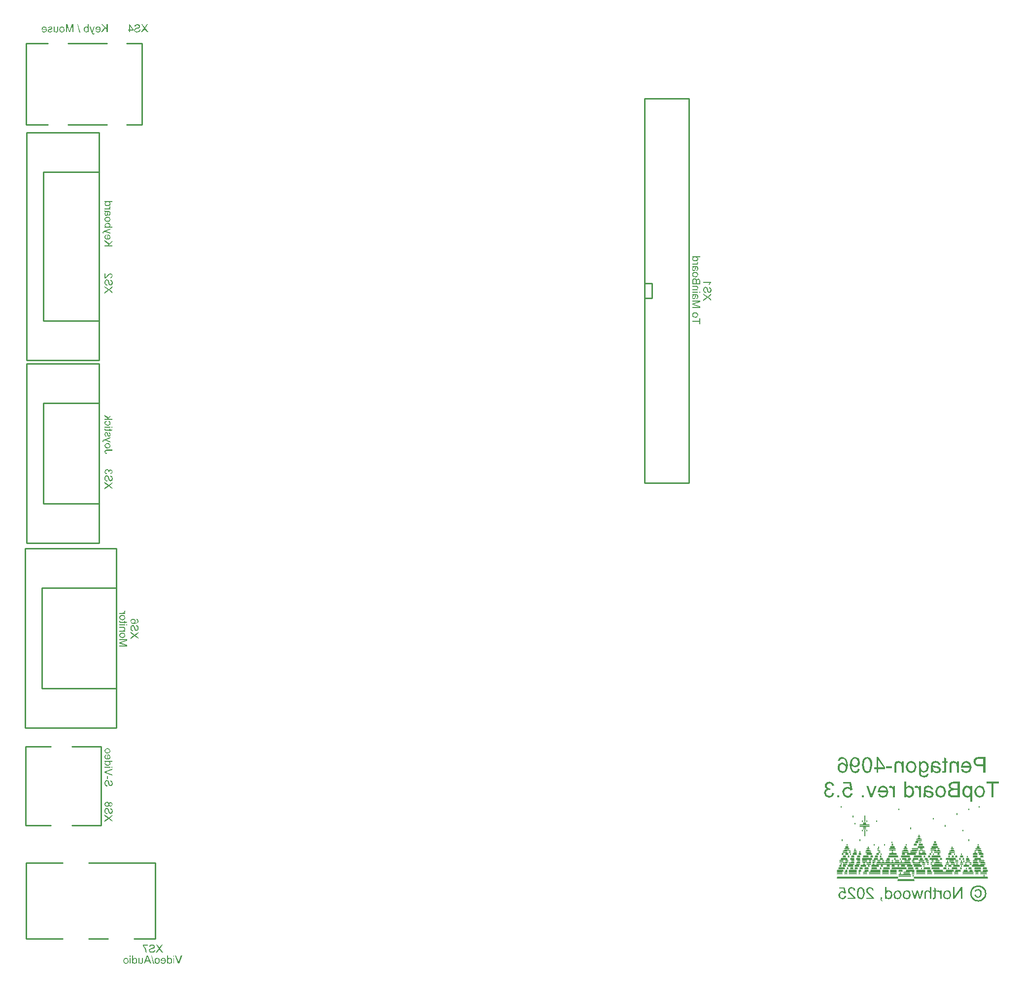
<source format=gbo>
G04*
G04  File:            TOPBOARD-V5.3.1.GBO, Thu Oct 23 15:26:27 2025*
G04  Source:          P-CAD 2006 PCB, Version 19.02.958, (D:\PCAD-2006\Projects\Pentagon-4096\Hardware\TopBoard-v5.3.1.PCB)*
G04  Format:          Gerber Format (RS-274-D), ASCII*
G04*
G04  Format Options:  Absolute Positioning*
G04                   Leading-Zero Suppression*
G04                   Scale Factor 1:1*
G04                   NO Circular Interpolation*
G04                   Inch Units*
G04                   Numeric Format: 4.4 (XXXX.XXXX)*
G04                   G54 NOT Used for Aperture Change*
G04                   Apertures Embedded*
G04*
G04  File Options:    Offset = (0.0mil,0.0mil)*
G04                   Drill Symbol Size = 80.0mil*
G04                   No Pad/Via Holes*
G04*
G04  File Contents:   No Pads*
G04                   No Vias*
G04                   Designators*
G04                   Types*
G04                   Values*
G04                   No Drill Symbols*
G04                   Bot Silk*
G04*
%INTOPBOARD-V5.3.1.GBO*%
%ICAS*%
%MOIN*%
G04*
G04  Aperture MACROs for general use --- invoked via D-code assignment *
G04*
G04  General MACRO for flashed round with rotation and/or offset hole *
%AMROTOFFROUND*
1,1,$1,0.0000,0.0000*
1,0,$2,$3,$4*%
G04*
G04  General MACRO for flashed oval (obround) with rotation and/or offset hole *
%AMROTOFFOVAL*
21,1,$1,$2,0.0000,0.0000,$3*
1,1,$4,$5,$6*
1,1,$4,0-$5,0-$6*
1,0,$7,$8,$9*%
G04*
G04  General MACRO for flashed oval (obround) with rotation and no hole *
%AMROTOVALNOHOLE*
21,1,$1,$2,0.0000,0.0000,$3*
1,1,$4,$5,$6*
1,1,$4,0-$5,0-$6*%
G04*
G04  General MACRO for flashed rectangle with rotation and/or offset hole *
%AMROTOFFRECT*
21,1,$1,$2,0.0000,0.0000,$3*
1,0,$4,$5,$6*%
G04*
G04  General MACRO for flashed rectangle with rotation and no hole *
%AMROTRECTNOHOLE*
21,1,$1,$2,0.0000,0.0000,$3*%
G04*
G04  General MACRO for flashed rounded-rectangle *
%AMROUNDRECT*
21,1,$1,$2-$4,0.0000,0.0000,$3*
21,1,$1-$4,$2,0.0000,0.0000,$3*
1,1,$4,$5,$6*
1,1,$4,$7,$8*
1,1,$4,0-$5,0-$6*
1,1,$4,0-$7,0-$8*
1,0,$9,$10,$11*%
G04*
G04  General MACRO for flashed rounded-rectangle with rotation and no hole *
%AMROUNDRECTNOHOLE*
21,1,$1,$2-$4,0.0000,0.0000,$3*
21,1,$1-$4,$2,0.0000,0.0000,$3*
1,1,$4,$5,$6*
1,1,$4,$7,$8*
1,1,$4,0-$5,0-$6*
1,1,$4,0-$7,0-$8*%
G04*
G04  General MACRO for flashed regular polygon *
%AMREGPOLY*
5,1,$1,0.0000,0.0000,$2,$3+$4*
1,0,$5,$6,$7*%
G04*
G04  General MACRO for flashed regular polygon with no hole *
%AMREGPOLYNOHOLE*
5,1,$1,0.0000,0.0000,$2,$3+$4*%
G04*
G04  General MACRO for target *
%AMTARGET*
6,0,0,$1,$2,$3,4,$4,$5,$6*%
G04*
G04  General MACRO for mounting hole *
%AMMTHOLE*
1,1,$1,0,0*
1,0,$2,0,0*
$1=$1-$2*
$1=$1/2*
21,1,$2+$1,$3,0,0,$4*
21,1,$3,$2+$1,0,0,$4*%
G04*
G04*
G04  D10 : "Ellipse X10.0mil Y10.0mil H0.0mil 0.0deg (0.0mil,0.0mil) Draw"*
G04  Disc: OuterDia=0.0100*
%ADD10C, 0.0100*%
G04  D11 : "Ellipse X15.0mil Y15.0mil H0.0mil 0.0deg (0.0mil,0.0mil) Draw"*
G04  Disc: OuterDia=0.0150*
%ADD11C, 0.0150*%
G04  D12 : "Ellipse X16.0mil Y16.0mil H0.0mil 0.0deg (0.0mil,0.0mil) Draw"*
G04  Disc: OuterDia=0.0160*
%ADD12C, 0.0160*%
G04  D13 : "Ellipse X20.0mil Y20.0mil H0.0mil 0.0deg (0.0mil,0.0mil) Draw"*
G04  Disc: OuterDia=0.0200*
%ADD13C, 0.0200*%
G04  D14 : "Ellipse X25.0mil Y25.0mil H0.0mil 0.0deg (0.0mil,0.0mil) Draw"*
G04  Disc: OuterDia=0.0250*
%ADD14C, 0.0250*%
G04  D15 : "Ellipse X30.0mil Y30.0mil H0.0mil 0.0deg (0.0mil,0.0mil) Draw"*
G04  Disc: OuterDia=0.0300*
%ADD15C, 0.0300*%
G04  D16 : "Ellipse X40.0mil Y40.0mil H0.0mil 0.0deg (0.0mil,0.0mil) Draw"*
G04  Disc: OuterDia=0.0400*
%ADD16C, 0.0400*%
G04  D17 : "Ellipse X5.0mil Y5.0mil H0.0mil 0.0deg (0.0mil,0.0mil) Draw"*
G04  Disc: OuterDia=0.0050*
%ADD17C, 0.0050*%
G04  D18 : "Ellipse X6.0mil Y6.0mil H0.0mil 0.0deg (0.0mil,0.0mil) Draw"*
G04  Disc: OuterDia=0.0060*
%ADD18C, 0.0060*%
G04  D19 : "Ellipse X8.0mil Y8.0mil H0.0mil 0.0deg (0.0mil,0.0mil) Draw"*
G04  Disc: OuterDia=0.0080*
%ADD19C, 0.0080*%
G04  D20 : "Ellipse X9.8mil Y9.8mil H0.0mil 0.0deg (0.0mil,0.0mil) Draw"*
G04  Disc: OuterDia=0.0098*
%ADD20C, 0.0098*%
G04  D21 : "Ellipse X9.8mil Y9.8mil H0.0mil 0.0deg (0.0mil,0.0mil) Draw"*
G04  Disc: OuterDia=0.0098*
%ADD21C, 0.0098*%
G04  D22 : "Ellipse X111.0mil Y111.0mil H0.0mil 0.0deg (0.0mil,0.0mil) Flash"*
G04  Disc: OuterDia=0.1110*
%ADD22C, 0.1110*%
G04  D23 : "Ellipse X128.0mil Y128.0mil H0.0mil 0.0deg (0.0mil,0.0mil) Flash"*
G04  Disc: OuterDia=0.1280*
%ADD23C, 0.1280*%
G04  D24 : "Ellipse X143.0mil Y143.0mil H0.0mil 0.0deg (0.0mil,0.0mil) Flash"*
G04  Disc: OuterDia=0.1430*
%ADD24C, 0.1430*%
G04  D25 : "Ellipse X200.0mil Y200.0mil H0.0mil 0.0deg (0.0mil,0.0mil) Flash"*
G04  Disc: OuterDia=0.2000*
%ADD25C, 0.2000*%
G04  D26 : "Ellipse X215.0mil Y215.0mil H0.0mil 0.0deg (0.0mil,0.0mil) Flash"*
G04  Disc: OuterDia=0.2150*
%ADD26C, 0.2150*%
G04  D27 : "Ellipse X50.0mil Y50.0mil H0.0mil 0.0deg (0.0mil,0.0mil) Flash"*
G04  Disc: OuterDia=0.0500*
%ADD27C, 0.0500*%
G04  D28 : "Ellipse X58.0mil Y58.0mil H0.0mil 0.0deg (0.0mil,0.0mil) Flash"*
G04  Disc: OuterDia=0.0580*
%ADD28C, 0.0580*%
G04  D29 : "Ellipse X60.0mil Y60.0mil H0.0mil 0.0deg (0.0mil,0.0mil) Flash"*
G04  Disc: OuterDia=0.0600*
%ADD29C, 0.0600*%
G04  D30 : "Ellipse X64.0mil Y64.0mil H0.0mil 0.0deg (0.0mil,0.0mil) Flash"*
G04  Disc: OuterDia=0.0640*
%ADD30C, 0.0640*%
G04  D31 : "Ellipse X65.0mil Y65.0mil H0.0mil 0.0deg (0.0mil,0.0mil) Flash"*
G04  Disc: OuterDia=0.0650*
%ADD31C, 0.0650*%
G04  D32 : "Ellipse X69.0mil Y69.0mil H0.0mil 0.0deg (0.0mil,0.0mil) Flash"*
G04  Disc: OuterDia=0.0690*
%ADD32C, 0.0690*%
G04  D33 : "Ellipse X73.0mil Y73.0mil H0.0mil 0.0deg (0.0mil,0.0mil) Flash"*
G04  Disc: OuterDia=0.0730*
%ADD33C, 0.0730*%
G04  D34 : "Ellipse X75.0mil Y75.0mil H0.0mil 0.0deg (0.0mil,0.0mil) Flash"*
G04  Disc: OuterDia=0.0750*
%ADD34C, 0.0750*%
G04  D35 : "Ellipse X79.0mil Y79.0mil H0.0mil 0.0deg (0.0mil,0.0mil) Flash"*
G04  Disc: OuterDia=0.0790*
%ADD35C, 0.0790*%
G04  D36 : "Ellipse X84.0mil Y84.0mil H0.0mil 0.0deg (0.0mil,0.0mil) Flash"*
G04  Disc: OuterDia=0.0840*
%ADD36C, 0.0840*%
G04  D37 : "Ellipse X90.0mil Y90.0mil H0.0mil 0.0deg (0.0mil,0.0mil) Flash"*
G04  Disc: OuterDia=0.0900*
%ADD37C, 0.0900*%
G04  D38 : "Ellipse X96.0mil Y96.0mil H0.0mil 0.0deg (0.0mil,0.0mil) Flash"*
G04  Disc: OuterDia=0.0960*
%ADD38C, 0.0960*%
G04  D39 : "Rectangle X114.0mil Y114.0mil H0.0mil 0.0deg (0.0mil,0.0mil) Flash"*
G04  Square: Side=0.1140, Rotation=0.0, OffsetX=0.0000, OffsetY=0.0000, HoleDia=0.0000*
%ADD39R, 0.1140 X0.1140*%
G04  D40 : "Rectangle X116.0mil Y116.0mil H0.0mil 0.0deg (0.0mil,0.0mil) Flash"*
G04  Square: Side=0.1160, Rotation=0.0, OffsetX=0.0000, OffsetY=0.0000, HoleDia=0.0000*
%ADD40R, 0.1160 X0.1160*%
G04  D41 : "Rectangle X131.0mil Y131.0mil H0.0mil 0.0deg (0.0mil,0.0mil) Flash"*
G04  Square: Side=0.1310, Rotation=0.0, OffsetX=0.0000, OffsetY=0.0000, HoleDia=0.0000*
%ADD41R, 0.1310 X0.1310*%
G04  D42 : "Rectangle X50.0mil Y50.0mil H0.0mil 0.0deg (0.0mil,0.0mil) Flash"*
G04  Square: Side=0.0500, Rotation=0.0, OffsetX=0.0000, OffsetY=0.0000, HoleDia=0.0000*
%ADD42R, 0.0500 X0.0500*%
G04  D43 : "Rectangle X60.0mil Y60.0mil H0.0mil 0.0deg (0.0mil,0.0mil) Flash"*
G04  Square: Side=0.0600, Rotation=0.0, OffsetX=0.0000, OffsetY=0.0000, HoleDia=0.0000*
%ADD43R, 0.0600 X0.0600*%
G04  D44 : "Rectangle X64.0mil Y64.0mil H0.0mil 0.0deg (0.0mil,0.0mil) Flash"*
G04  Square: Side=0.0640, Rotation=0.0, OffsetX=0.0000, OffsetY=0.0000, HoleDia=0.0000*
%ADD44R, 0.0640 X0.0640*%
G04  D45 : "Rectangle X65.0mil Y65.0mil H0.0mil 0.0deg (0.0mil,0.0mil) Flash"*
G04  Square: Side=0.0650, Rotation=0.0, OffsetX=0.0000, OffsetY=0.0000, HoleDia=0.0000*
%ADD45R, 0.0650 X0.0650*%
G04  D46 : "Rectangle X69.0mil Y69.0mil H0.0mil 0.0deg (0.0mil,0.0mil) Flash"*
G04  Square: Side=0.0690, Rotation=0.0, OffsetX=0.0000, OffsetY=0.0000, HoleDia=0.0000*
%ADD46R, 0.0690 X0.0690*%
G04  D47 : "Rectangle X75.0mil Y75.0mil H0.0mil 0.0deg (0.0mil,0.0mil) Flash"*
G04  Square: Side=0.0750, Rotation=0.0, OffsetX=0.0000, OffsetY=0.0000, HoleDia=0.0000*
%ADD47R, 0.0750 X0.0750*%
G04  D48 : "Rectangle X79.0mil Y79.0mil H0.0mil 0.0deg (0.0mil,0.0mil) Flash"*
G04  Square: Side=0.0790, Rotation=0.0, OffsetX=0.0000, OffsetY=0.0000, HoleDia=0.0000*
%ADD48R, 0.0790 X0.0790*%
G04  D49 : "Rectangle X84.0mil Y84.0mil H0.0mil 0.0deg (0.0mil,0.0mil) Flash"*
G04  Square: Side=0.0840, Rotation=0.0, OffsetX=0.0000, OffsetY=0.0000, HoleDia=0.0000*
%ADD49R, 0.0840 X0.0840*%
G04  D50 : "Rectangle X99.0mil Y99.0mil H0.0mil 0.0deg (0.0mil,0.0mil) Flash"*
G04  Square: Side=0.0990, Rotation=0.0, OffsetX=0.0000, OffsetY=0.0000, HoleDia=0.0000*
%ADD50R, 0.0990 X0.0990*%
G04  D51 : "Ellipse X30.0mil Y30.0mil H0.0mil 0.0deg (0.0mil,0.0mil) Flash"*
G04  Disc: OuterDia=0.0300*
%ADD51C, 0.0300*%
G04  D52 : "Ellipse X45.0mil Y45.0mil H0.0mil 0.0deg (0.0mil,0.0mil) Flash"*
G04  Disc: OuterDia=0.0450*
%ADD52C, 0.0450*%
G04*
%FSLAX44Y44*%
%SFA1B1*%
%OFA0.0000B0.0000*%
G04*
G70*
G90*
G01*
D2*
%LNBot Silk*%
D19*
X155690Y161580*
X155530D1*
X155370D2*
X155050D1*
X155690Y161740D2*
X155610D1*
X155690Y161820D2*
X155610D1*
X155450Y161740D2*
X155050D1*
X155450Y161820D2*
X155050D1*
X155690Y161660D2*
X155530D1*
X155370D2*
X155050D1*
X155530Y161900D2*
X155130D1*
X155770D2*
X155690D1*
X155610Y162060D2*
X155450D1*
X155610Y162140D2*
X155450D1*
X155290Y162060D2*
X155210D1*
X155290Y162140D2*
X155210D1*
X155690Y162220D2*
X155450D1*
X155690Y162300D2*
X155450D1*
X155290Y162220D2*
Y162300D1*
X155450Y162380D2*
X155210D1*
X155770D2*
X155610D1*
X155690Y162540D2*
X155290D1*
X155690Y162620D2*
X155290D1*
X155610Y162700D2*
X155450D1*
X155610Y162780D2*
X155450D1*
Y162860D2*
X155370D1*
X155450Y162940D2*
X155370D1*
X155690Y163020D2*
X155450D1*
X155770Y162860D2*
X155610D1*
X155770Y162940D2*
X155610D1*
X155930Y162860D2*
Y162940D1*
X155690Y163100D2*
X155450D1*
X155930Y163020D2*
X155850D1*
Y162700D2*
X155770D1*
X155850Y162780D2*
X155770D1*
X155850Y163180D2*
X155530D1*
X155930Y163100D2*
X155850D1*
X155450Y162460D2*
X155210D1*
X155770D2*
X155610D1*
X155690Y163500D2*
Y163580D1*
X155370Y163820D2*
Y163900D1*
X155770Y163340D2*
X155610D1*
X155770Y163420D2*
X155610D1*
X155850Y163260D2*
X155530D1*
X155290Y166060D2*
Y166140D1*
X156570Y161580D2*
X156490D1*
X156570Y161660D2*
X156490D1*
X158490Y161580D2*
X158090D1*
X158490Y161740D2*
X158090D1*
X158490Y161820D2*
X158090D1*
X158490Y161660D2*
X158090D1*
X157050Y161580D2*
X156810D1*
X157130Y161740D2*
X156890D1*
X157130Y161820D2*
X156890D1*
X157050Y161660D2*
X156810D1*
X158570Y161900D2*
X158170D1*
X158010D2*
X157930D1*
X157690D2*
X157370D1*
X157130D2*
X156890D1*
X157930Y161580D2*
X157210D1*
X157930Y161740D2*
X157290D1*
X157930Y161820D2*
X157290D1*
X157930Y161660D2*
X157210D1*
X156650Y161740D2*
X156490D1*
X156650Y161820D2*
X156490D1*
X156730Y161900D2*
X156570D1*
X156410D2*
X156250D1*
X156570Y162220D2*
X156330D1*
X156570Y162300D2*
X156330D1*
X156570Y162380D2*
X156410D1*
X158570Y162060D2*
X158410D1*
X158570Y162140D2*
X158410D1*
X158090Y162060D2*
X158010D1*
X158090Y162140D2*
X158010D1*
X158570Y162380D2*
X158330D1*
X158170D2*
X158090D1*
X157930D2*
X157770D1*
X157850Y162060D2*
X157370D1*
X157850Y162140D2*
X157370D1*
X157530Y162220D2*
X157450D1*
X157530Y162300D2*
X157450D1*
X157610Y162380D2*
X157450D1*
X157210Y162060D2*
X157130D1*
X157210Y162140D2*
X157130D1*
X156890Y162220D2*
X156810D1*
X156890Y162300D2*
X156810D1*
X157050Y162380D2*
X156730D1*
X157290Y162220D2*
X157050D1*
X157290Y162300D2*
X157050D1*
X157290Y162380D2*
X157210D1*
X156970Y162060D2*
X156650D1*
X156970Y162140D2*
X156650D1*
X158890Y162060D2*
X158730D1*
X158890Y162140D2*
X158730D1*
X158810Y162380D2*
X158730D1*
X156570Y162540D2*
X156330D1*
X156570Y162620D2*
X156330D1*
X156570Y162700D2*
X156410D1*
X156570Y162780D2*
X156410D1*
X158570Y162540D2*
X158410D1*
X158570Y162620D2*
X158410D1*
X158090Y162540D2*
X157930D1*
X158090Y162620D2*
X157930D1*
X158010Y162700D2*
X157930D1*
X158010Y162780D2*
X157930D1*
X157770Y162700D2*
X157610D1*
X157770Y162780D2*
X157610D1*
X158010Y162860D2*
Y162940D1*
X157850Y162860D2*
X157690D1*
X157850Y162940D2*
X157690D1*
X157930Y163020D2*
X157850D1*
X157770Y162540D2*
X157530D1*
X157770Y162620D2*
X157530D1*
X157130Y162700D2*
X156810D1*
X157130Y162780D2*
X156810D1*
X157370Y162540D2*
X156730D1*
X157370Y162620D2*
X156730D1*
X157450Y162700D2*
X157290D1*
X157450Y162780D2*
X157290D1*
X157370Y162860D2*
X157050D1*
X157370Y162940D2*
X157050D1*
X157290Y163020D2*
X156970D1*
X156650Y162860D2*
X156490D1*
X156650Y162940D2*
X156490D1*
X157850Y163180D2*
X157770D1*
X157210D2*
X157050D1*
X156570Y163020D2*
Y163100D1*
X157930D2*
X157850D1*
X157290D2*
X156970D1*
X158810Y163020D2*
X158730D1*
X158810Y163100D2*
X158730D1*
X156570Y162460D2*
X156410D1*
X158570D2*
X158330D1*
X158170D2*
X158090D1*
X157930D2*
X157770D1*
X157610D2*
X157450D1*
X157050D2*
X156730D1*
X157290D2*
X157210D1*
X158810D2*
X158730D1*
X156490Y162060D2*
X156250D1*
X156490Y162140D2*
X156250D1*
X156330Y162860D2*
X156090D1*
X156330Y162940D2*
X156090D1*
X156330Y163020D2*
X156170D1*
X156330Y163100D2*
X156170D1*
X156570Y163820D2*
Y163900D1*
X157850Y163340D2*
Y163420D1*
X158250Y163500D2*
Y163580D1*
X158730Y163660D2*
Y163740D1*
X157530Y163500D2*
Y163580D1*
X157130Y163340D2*
Y163420D1*
X156890Y164140D2*
Y164540D1*
X157050Y164460D2*
Y164540D1*
X156730Y164460D2*
Y164540D1*
X156970Y164620D2*
X156810D1*
X156970Y164700D2*
X156810D1*
X156970Y164940D2*
X156810D1*
X157210Y164780D2*
X156570D1*
X157210Y164860D2*
X156570D1*
X158890Y163340D2*
X158650D1*
X158890Y163420D2*
X158650D1*
X158810Y163500D2*
X158730D1*
X158810Y163580D2*
X158730D1*
X157850Y163260D2*
X157770D1*
X157210D2*
X157050D1*
X156250Y163180D2*
Y163260D1*
X157690Y165100D2*
Y165180D1*
X157050Y165100D2*
Y165180D1*
X156730Y165100D2*
Y165180D1*
X156090Y165420D2*
Y165500D1*
X156890Y165100D2*
Y165500D1*
X159290Y161660D2*
Y161580D1*
X161450D2*
X161130D1*
X161370Y161740D2*
X161130D1*
X161370Y161820D2*
X161130D1*
X161450Y161660D2*
X161130D1*
X160970Y161580D2*
X160410D1*
X160970Y161740D2*
X160410D1*
X160970Y161820D2*
X160410D1*
X160970Y161660D2*
X160410D1*
X160170Y161500D2*
Y161420D1*
X160250Y161580D2*
X160090D1*
X160250Y161740D2*
X159690D1*
X160250Y161820D2*
X159690D1*
X160250Y161660D2*
X160090D1*
X161290Y161900D2*
X160890D1*
X160170D2*
X159850D1*
X160490D2*
X160330D1*
X159930Y161580D2*
X159530D1*
X159930Y161660D2*
X159530D1*
X161930Y161900D2*
X161450D1*
X159450Y161740D2*
X159210D1*
X159450Y161820D2*
X159210D1*
X160250Y161100D2*
X159130D1*
X160250Y161180D2*
X159130D1*
X160010Y161420D2*
X159210D1*
X160010Y161500D2*
X159210D1*
X160890Y162060D2*
Y162140D1*
X161450Y162220D2*
X161370D1*
X161450Y162300D2*
X161370D1*
X161210Y162220D2*
X161130D1*
X161210Y162300D2*
X161130D1*
X160970Y162220D2*
X160810D1*
X160970Y162300D2*
X160810D1*
X161530Y162380D2*
X161450D1*
X161210D2*
X161050D1*
X160890D2*
X160570D1*
X160090Y162060D2*
X159770D1*
X160090Y162140D2*
X159770D1*
X160250Y162380D2*
X160090D1*
X160730Y162060D2*
X160250D1*
X160730Y162140D2*
X160250D1*
X160650Y162220D2*
X160170D1*
X160650Y162300D2*
X160170D1*
X159610Y162060D2*
X159370D1*
X159610Y162140D2*
X159370D1*
X159930Y162380D2*
X159610D1*
X161930D2*
X161690D1*
X159290Y162540D2*
Y162620D1*
X161130Y162540D2*
X160970D1*
X161130Y162620D2*
X160970D1*
X160810Y162540D2*
X160650D1*
X160810Y162620D2*
X160650D1*
X161290Y162700D2*
X161210D1*
X161290Y162780D2*
X161210D1*
X160970Y162700D2*
X160890D1*
X160970Y162780D2*
X160890D1*
X161530Y162860D2*
Y162940D1*
X161370Y162860D2*
X161290D1*
X161370Y162940D2*
X161290D1*
X161050Y162860D2*
X160570D1*
X161050Y162940D2*
X160570D1*
X160970Y163020D2*
X160810D1*
X160650D2*
X160570D1*
X160010Y162540D2*
X159850D1*
X160010Y162620D2*
X159850D1*
X160330Y162860D2*
X159770D1*
X160330Y162940D2*
X159770D1*
X160410Y163020D2*
X160010D1*
X160490Y162540D2*
X160170D1*
X160490Y162620D2*
X160170D1*
X160730Y162700D2*
X160250D1*
X160730Y162780D2*
X160250D1*
X159690Y162540D2*
X159450D1*
X159690Y162620D2*
X159450D1*
X159930Y162700D2*
X159370D1*
X159930Y162780D2*
X159370D1*
X159610Y162860D2*
X159450D1*
X159610Y162940D2*
X159450D1*
X159850Y163020D2*
X159450D1*
X161690Y163180D2*
X161370D1*
X160810D2*
X160650D1*
X160490D2*
X160090D1*
X159770D2*
X159530D1*
X161450Y163020D2*
Y163100D1*
X160970D2*
X160810D1*
X160650D2*
X160570D1*
X160410D2*
X160010D1*
X159850D2*
X159450D1*
X161930Y162860D2*
X161850D1*
X161930Y162940D2*
X161850D1*
Y162540D2*
X161290D1*
X161850Y162620D2*
X161290D1*
X161930Y163180D2*
X161850D1*
X159370Y162380D2*
Y162460D1*
X161530D2*
X161450D1*
X161210D2*
X161050D1*
X160890D2*
X160570D1*
X160250D2*
X160090D1*
X159930D2*
X159610D1*
X161930D2*
X161690D1*
X159210Y162060D2*
X159130D1*
X159210Y162140D2*
X159130D1*
X160810Y163500D2*
X160570D1*
X160810Y163580D2*
X160570D1*
X161690Y163660D2*
X161610D1*
X161690Y163740D2*
X161610D1*
X160650Y163660D2*
Y163740D1*
X160570Y164140D2*
Y164220D1*
X161770Y163500D2*
X161530D1*
X161770Y163580D2*
X161530D1*
X160890Y163340D2*
X160490D1*
X160890Y163420D2*
X160490D1*
X160730Y163820D2*
X160410D1*
X160730Y163900D2*
X160410D1*
X160650Y163980D2*
X160490D1*
X160650Y164060D2*
X160490D1*
X159690Y163500D2*
Y163580D1*
X160010Y164620D2*
Y164700D1*
X160410Y163500D2*
X160250D1*
X160410Y163580D2*
X160250D1*
X160490Y163660D2*
X160330D1*
X160490Y163740D2*
X160330D1*
X159690Y163340D2*
X159610D1*
X159690Y163420D2*
X159610D1*
X161850Y163340D2*
X161450D1*
X161850Y163420D2*
X161450D1*
X161690Y163260D2*
X161370D1*
X160810D2*
X160650D1*
X160490D2*
X160090D1*
X159770D2*
X159530D1*
X161930D2*
X161850D1*
X161530Y165260D2*
Y165340D1*
X159210Y165900D2*
Y165980D1*
X164570Y161580D2*
X164410D1*
X164170Y161740D2*
X164010D1*
X164170Y161820D2*
X164010D1*
X163850Y161740D2*
X163610D1*
X163850Y161820D2*
X163610D1*
X164730Y161740D2*
X164330D1*
X164730Y161820D2*
X164330D1*
X164570Y161660D2*
X164410D1*
X164250Y161580D2*
X163530D1*
X164250Y161660D2*
X163530D1*
X163210Y161580D2*
X162970D1*
X163210Y161660D2*
X162970D1*
X164090Y161900D2*
X163930D1*
X164730D2*
X164330D1*
X163450D2*
X163370D1*
X163130D2*
X162810D1*
X163370Y161740D2*
X163050D1*
X163370Y161820D2*
X163050D1*
X162890Y161740D2*
X162410D1*
X162890Y161820D2*
X162410D1*
Y161900D2*
X162250D1*
D2*
D10*
D19*
X162410Y162060*
X162330D1*
X162410Y162140D2*
X162330D1*
X162570Y162220D2*
X162410D1*
X162570Y162300D2*
X162410D1*
X163930Y162060D2*
X163610D1*
X163930Y162140D2*
X163610D1*
X164570Y162220D2*
X164250D1*
X164570Y162300D2*
X164250D1*
X164090Y162220D2*
X164010D1*
X164090Y162300D2*
X164010D1*
X163770Y162220D2*
X163690D1*
X163770Y162300D2*
X163690D1*
X164490Y162380D2*
X164250D1*
X164010D2*
X163770D1*
X163450Y162140D2*
Y162060D1*
X163530Y162220D2*
X163370D1*
X163530Y162300D2*
X163370D1*
X163130Y162220D2*
Y162300D1*
X162970Y162220D2*
X162730D1*
X162970Y162300D2*
X162730D1*
X163210Y162380D2*
X163050D1*
X163290Y162060D2*
X162890D1*
X163290Y162140D2*
X162890D1*
X162730Y162060D2*
X162570D1*
X162730Y162140D2*
X162570D1*
X162890Y162380D2*
X162650D1*
X163930Y162540D2*
X163770D1*
X163930Y162620D2*
X163770D1*
X164490Y162700D2*
X164250D1*
X164490Y162780D2*
X164250D1*
X163850Y162700D2*
Y162780D1*
X164490Y162860D2*
X164250D1*
X164490Y162940D2*
X164250D1*
X164410Y163020D2*
X164330D1*
X164730Y162540D2*
X164330D1*
X164730Y162620D2*
X164330D1*
X163450Y162860D2*
Y162940D1*
X163610Y162540D2*
X163530D1*
X163610Y162620D2*
X163530D1*
Y162700D2*
X163370D1*
X163530Y162780D2*
X163370D1*
X163130Y162700D2*
X163050D1*
X163130Y162780D2*
X163050D1*
X162890Y162700D2*
X162810D1*
X162890Y162780D2*
X162810D1*
X162970Y162860D2*
Y162940D1*
X163370Y162540D2*
X163290D1*
X163370Y162620D2*
X163290D1*
X163050Y162540D2*
X162410D1*
X163050Y162620D2*
X162410D1*
X162650Y162700D2*
X162570D1*
X162650Y162780D2*
X162570D1*
X162730Y162860D2*
X162570D1*
X162730Y162940D2*
X162570D1*
X162970Y163020D2*
X162650D1*
X164730Y163180D2*
X164410D1*
X162890D2*
X162730D1*
X164410Y163100D2*
X164330D1*
X162970D2*
X162650D1*
X164890Y162700D2*
X164730D1*
X164890Y162780D2*
X164730D1*
X164890Y162860D2*
X164650D1*
X164890Y162940D2*
X164650D1*
X164810Y163020D2*
X164570D1*
X164810Y163100D2*
X164570D1*
X162490Y162380D2*
Y162460D1*
X164490D2*
X164250D1*
X164010D2*
X163770D1*
X163610Y162380D2*
Y162460D1*
X163450Y162380D2*
Y162460D1*
X163210D2*
X163050D1*
X162890D2*
X162650D1*
X162330Y164780D2*
Y164860D1*
X164650Y163340D2*
X164490D1*
X164650Y163420D2*
X164490D1*
X164570Y163500D2*
Y163580D1*
X163930Y163820D2*
Y163900D1*
X163530Y164460D2*
Y164540D1*
X162810Y163340D2*
Y163420D1*
X164730Y163260D2*
X164410D1*
X162890D2*
X162730D1*
X163930Y165900D2*
Y165980D1*
X163130Y165580D2*
Y165660D1*
X164650Y166060D2*
Y166140D1*
X155530Y161980D2*
X155130D1*
X155770D2*
X155690D1*
X158570D2*
X158170D1*
X158010D2*
X157930D1*
X157690D2*
X157370D1*
X157130D2*
X156890D1*
X156730D2*
X156570D1*
X156410D2*
X156250D1*
X156970Y165020D2*
X156810D1*
X156250Y164940D2*
Y165020D1*
X161290Y161980D2*
X160890D1*
X160170D2*
X159850D1*
X160730Y161900D2*
Y161980D1*
X160490D2*
X160330D1*
X161930D2*
X161450D1*
X162570Y161900D2*
Y161980D1*
X164090D2*
X163930D1*
X164730D2*
X164330D1*
X163450D2*
X163370D1*
X163130D2*
X162810D1*
X163770D2*
Y161900D1*
X162410Y161980D2*
X162250D1*
X156090Y161900D2*
X155930D1*
X156330Y161580D2*
X155850D1*
X156330Y161740D2*
X155850D1*
X156330Y161820D2*
X155850D1*
X156330Y161660D2*
X155850D1*
X156170Y162380D2*
X156010D1*
X156170Y162220D2*
X155850D1*
X156170Y162300D2*
X155850D1*
X156090Y162060D2*
X155770D1*
X156090Y162140D2*
X155770D1*
X156170Y162540D2*
X155930D1*
X156170Y162620D2*
X155930D1*
X156170Y162700D2*
X156010D1*
X156170Y162780D2*
X156010D1*
X156170Y162460D2*
X156010D1*
X159050Y161580D2*
X158650D1*
X159050Y161740D2*
X158650D1*
X159050Y161820D2*
X158650D1*
X159050Y161660D2*
X158650D1*
X162170Y161740D2*
X161530D1*
X162170Y161820D2*
X161530D1*
X159690Y161900D2*
X158730D1*
X162810Y161580D2*
X161610D1*
X162810Y161660D2*
X161610D1*
X164970Y161500D2*
Y161420D1*
X165130Y161900D2*
X164890D1*
X165130Y161580D2*
X164730D1*
X165130Y161660D2*
X164730D1*
X165210Y161740D2*
X164890D1*
X165210Y161820D2*
X164890D1*
D2*
D10*
X164556Y159750*
X164653Y159759D1*
X164747Y159788*
X164833Y159834*
X164909Y159896*
X164971Y159972*
X165018Y160058*
X165046Y160152*
X165056Y160250*
X165046Y160347*
X165018Y160441*
X164971Y160527*
X164909Y160603*
X164833Y160665*
X164747Y160712*
X164653Y160740*
X164556Y160750*
X164458Y160740*
X164364Y160712*
X164278Y160665*
X164202Y160603*
X164140Y160527*
X164094Y160441*
X164065Y160347*
X164056Y160250*
X164065Y160152*
X164094Y160058*
X164140Y159972*
X164202Y159896*
X164278Y159834*
X164364Y159788*
X164458Y159759*
X164556Y159750*
D2*
D19*
X165210Y161260*
X160250D1*
X165210Y161340D2*
X160250D1*
X158970Y162540D2*
X158890D1*
X158970Y162620D2*
X158890D1*
X159130Y162700D2*
X158490D1*
X159130Y162780D2*
X158490D1*
X159050Y162860D2*
X158570D1*
X159050Y162940D2*
X158570D1*
X158970Y163180D2*
X158570D1*
X162170Y162060D2*
X161450D1*
X162170Y162140D2*
X161450D1*
X162090Y162220D2*
X161610D1*
X162090Y162300D2*
X161610D1*
X162090Y162540D2*
X162010D1*
X162090Y162620D2*
X162010D1*
Y162700D2*
X161450D1*
X162010Y162780D2*
X161450D1*
X162010Y163020D2*
X161610D1*
X162010Y163100D2*
X161610D1*
X159210Y162380D2*
X158970D1*
X160010Y162220D2*
X157690D1*
X160010Y162300D2*
X157690D1*
X159210Y162460D2*
X158970D1*
X164970Y162060D2*
X164170D1*
X164970Y162140D2*
X164170D1*
X165050Y162220D2*
X164730D1*
X165050Y162300D2*
X164730D1*
X164970Y162380D2*
X164650D1*
X164970Y162460D2*
X164650D1*
X158970Y163260D2*
X158570D1*
X156090Y161980D2*
X155930D1*
X159690D2*
X158730D1*
X165130D2*
X164890D1*
X159130Y161260D2*
X155050D1*
X159130Y161340D2*
X155050D1*
D2*
D10*
X100192Y196062*
X105113D1*
X101324Y193404D2*
X105113D1*
X101324Y186613D2*
X105113D1*
Y183955D2*
X100192D1*
X101324Y186613D2*
Y193404D1*
X105113Y183955D2*
Y196062D1*
X100192Y183955D2*
Y196062D1*
X105250Y164837D2*
X103262D1*
Y170162D2*
X105250D1*
X101825Y164837D2*
X100125D1*
X101825Y170162D2*
X100125D1*
X105250D2*
Y164837D1*
X100125D2*
Y170162D1*
X101232Y180904D2*
X106280D1*
X101232Y174113D2*
X106280D1*
X100100Y183562D2*
X106280D1*
Y171455D2*
X100100D1*
X101232Y174113D2*
Y180904D1*
X106280Y171455D2*
Y183562D1*
X100100Y171455D2*
Y183562D1*
X106964Y217755D2*
X107988D1*
X106964Y212244D2*
X107988D1*
X102988Y217755D2*
X105625D1*
X100153D2*
X101649D1*
X102988Y212244D2*
X105625D1*
X100153D2*
X101649D1*
X107988Y217755D2*
Y212244D1*
X100153Y217755D2*
Y212244D1*
X100190Y211697D2*
X105112D1*
X101322Y209039D2*
X105112D1*
X101322Y198978D2*
X105112D1*
Y196321D2*
X100190D1*
X105112D2*
Y211697D1*
X101322Y198978D2*
Y209039D1*
X100190Y196321D2*
Y211697D1*
X142500Y200500D2*
X142000D1*
X142500D2*
Y201500D1*
X142000D2*
X142500D1*
X142000Y188000D2*
Y214000D1*
X145000D2*
Y188000D1*
X142000*
Y214000D2*
X145000D1*
X107460Y157190D2*
X108897D1*
X104409D2*
X105688D1*
X100157Y162309D2*
X102637D1*
X104409D2*
X108897D1*
X100157Y157190D2*
X102637D1*
X108897Y162309D2*
Y157190D1*
X100157Y162309D2*
Y157190D1*
%LNBot Silk_POS_GLYPHS*%
%LPD*%
X100157Y157190D2*
G36*
X164425Y160118*
X164459Y160054D1*
X164493Y160036*
X164556Y160019*
X164603Y160032*
X164672Y160071*
X164694Y160127*
X164717Y160241*
X164705Y160312*
X164671Y160410*
X164629Y160437*
X164550Y160464*
X164516Y160456*
X164465Y160434*
X164444Y160404*
X164416Y160346*
X164321Y160359*
X164345Y160415*
X164399Y160496*
X164453Y160520*
X164554Y160544*
X164607Y160536*
X164692Y160509*
X164731Y160473*
X164786Y160402*
X164802Y160344*
X164817Y160238*
X164799Y160146*
X164745Y160016*
X164680Y159977*
X164554Y159938*
X164490Y159952*
X164394Y159994*
X164357Y160047*
X164313Y160151*
X164409Y160164*
X164425Y160118*
G37*
G36*
X163401Y159863D2*
Y160491D1*
X162980Y159863*
X162870*
Y160663*
X162972*
Y160034*
X163395Y160663*
X163503*
Y159863*
X163401*
G37*
G36*
X162724Y160060D2*
X162668Y159928D1*
X162600Y159889*
X162471Y159850*
X162417Y159859*
X162331Y159885*
X162290Y159919*
X162233Y159984*
X162216Y160044*
X162199Y160160*
X162218Y160249*
X162276Y160377*
X162343Y160417*
X162471Y160456*
X162544Y160440*
X162653Y160392*
X162698Y160313*
X162743Y160153*
X162724Y160060*
G37*
G36*
X161987Y159863D2*
Y160166D1*
X161983Y160210*
X161971Y160281*
X161959Y160303*
X161935Y160335*
X161914Y160345*
X161877Y160354*
X161851Y160349*
X161806Y160333*
X161770Y160423*
X161808Y160440*
X161872Y160456*
X161896Y160451*
X161935Y160436*
X161958Y160411*
X161997Y160354*
Y160443*
X162084*
Y159863*
X161987*
G37*
G36*
X161515Y159949D2*
X161541Y159948D1*
X161556Y159949*
X161576Y159954*
X161583Y159960*
X161592Y159973*
X161595Y159989*
X161597Y160027*
Y160367*
X161497*
Y160443*
X161597*
Y160645*
X161695Y160586*
Y160443*
X161768*
Y160367*
X161695*
Y160032*
X161692Y159982*
X161683Y159917*
X161670Y159899*
X161643Y159872*
X161614Y159864*
X161558Y159856*
X161531Y159858*
X161484Y159864*
X161497Y159951*
X161515Y159949*
G37*
G36*
X161304Y159863D2*
Y160179D1*
X161300Y160223*
X161288Y160287*
X161271Y160312*
X161234Y160349*
X161203Y160360*
X161152Y160372*
X161114Y160363*
X161061Y160338*
X161044Y160302*
X161028Y160229*
Y159863*
X160930*
Y160229*
X160936Y160284*
X160951Y160360*
X160974Y160389*
X161020Y160430*
X161059Y160443*
X161132Y160456*
X161201Y160436*
X161304Y160376*
Y160663*
X161402*
Y159863*
X161304*
G37*
G36*
X160573D2*
X160455Y160308D1*
X160430Y160209*
X160340Y159863*
X160239*
X160055Y160443*
X160150*
X160252Y160107*
X160285Y159995*
X160314Y160106*
X160402Y160443*
X160501*
X160594Y160103*
X160608Y160045*
X160623Y159984*
X160657Y160107*
X160749Y160443*
X160851*
X160676Y159863*
X160573*
G37*
G36*
X159989Y160060D2*
X159933Y159928D1*
X159865Y159889*
X159736Y159850*
X159682Y159859*
X159596Y159885*
X159556Y159919*
X159498Y159984*
X159482Y160044*
X159465Y160160*
X159484Y160249*
X159541Y160377*
X159609Y160417*
X159736Y160456*
X159809Y160440*
X159919Y160392*
X159963Y160313*
X160008Y160153*
X159989Y160060*
G37*
G36*
X159367D2*
X159311Y159928D1*
X159243Y159889*
X159114Y159850*
X159060Y159859*
X158974Y159885*
X158934Y159919*
X158876Y159984*
X158859Y160044*
X158842Y160160*
X158862Y160249*
X158919Y160377*
X158987Y160417*
X159114Y160456*
X159187Y160440*
X159297Y160392*
X159341Y160313*
X159386Y160153*
X159367Y160060*
G37*
G36*
X158261Y159863D2*
Y160663D1*
X158358*
Y160376*
X158381Y160399*
X158425Y160434*
X158459Y160445*
X158519Y160456*
X158569Y160447*
X158648Y160418*
X158684Y160382*
X158735Y160310*
X158749Y160253*
X158763Y160152*
X158756Y160090*
X158732Y159994*
X158701Y159951*
X158642Y159888*
X158596Y159869*
X158515Y159850*
X158447Y159871*
X158351Y159935*
Y159863*
X158261*
G37*
G36*
X158025D2*
X158029Y159832D1*
X158041Y159787*
X158056Y159771*
X158087Y159746*
X158061Y159705*
X158031Y159725*
X157990Y159764*
X157979Y159799*
X157967Y159863*
Y159975*
X158079*
Y159863*
X158025*
G37*
G36*
X157388Y159958D2*
X157374Y159977D1*
X157347Y160010*
X157312Y160042*
X157233Y160110*
X157169Y160168*
X157081Y160252*
X157054Y160289*
X157016Y160349*
X157006Y160384*
X156996Y160443*
X157013Y160507*
X157063Y160602*
X157126Y160634*
X157246Y160666*
X157320Y160651*
X157428Y160607*
X157465Y160549*
X157506Y160435*
X157405Y160425*
X157395Y160473*
X157363Y160542*
X157324Y160563*
X157249Y160584*
X157204Y160574*
X157139Y160544*
X157118Y160509*
X157097Y160445*
X157108Y160402*
X157143Y160328*
X157199Y160270*
X157321Y160157*
X157374Y160111*
X157449Y160037*
X157476Y159998*
X157513Y159930*
X157519Y159905*
X157525Y159863*
X156995*
Y159958*
X157388*
G37*
G36*
X156870Y160119D2*
X156811Y159932D1*
X156748Y159891*
X156628Y159850*
X156570Y159862*
X156483Y159897*
X156447Y159942*
X156396Y160030*
X156381Y160108*
X156367Y160257*
X156371Y160334*
X156385Y160446*
X156402Y160494*
X156435Y160565*
X156463Y160596*
X156515Y160640*
X156556Y160653*
X156628Y160666*
X156686Y160654*
X156774Y160619*
X156810Y160574*
X156861Y160486*
X156875Y160407*
X156890Y160257*
X156870Y160119*
G37*
G36*
X156144Y159958D2*
X156130Y159977D1*
X156103Y160010*
X156068Y160042*
X155989Y160110*
X155924Y160168*
X155837Y160252*
X155809Y160289*
X155772Y160349*
X155762Y160384*
X155751Y160443*
X155768Y160507*
X155819Y160602*
X155882Y160634*
X156002Y160666*
X156076Y160651*
X156184Y160607*
X156220Y160549*
X156262Y160435*
X156161Y160425*
X156150Y160473*
X156119Y160542*
X156079Y160563*
X156004Y160584*
X155960Y160574*
X155894Y160544*
X155873Y160509*
X155852Y160445*
X155864Y160402*
X155899Y160328*
X155955Y160270*
X156076Y160157*
X156129Y160111*
X156204Y160037*
X156231Y159998*
X156269Y159930*
X156275Y159905*
X156280Y159863*
X155750*
Y159958*
X156144*
G37*
G36*
X155623Y160007D2*
X155567Y159910D1*
X155505Y159880*
X155388Y159850*
X155302Y159874*
X155178Y159946*
X155146Y160013*
X155113Y160134*
X155132Y160210*
X155186Y160321*
X155249Y160358*
X155363Y160395*
X155422Y160382*
X155516Y160344*
X155473Y160560*
X155151*
Y160653*
X155550*
X155628Y160242*
X155536Y160229*
X155516Y160252*
X155476Y160286*
X155445Y160297*
X155391Y160308*
X155340Y160296*
X155266Y160259*
X155242Y160214*
X155218Y160126*
X155231Y160068*
X155267Y159984*
X155310Y159957*
X155388Y159930*
X155429Y159940*
X155490Y159968*
X155513Y160005*
X155542Y160080*
X155645Y160073*
X155623Y160007*
G37*
G36*
X164914Y168402D2*
Y168835D1*
X164642*
X164508Y168858*
X164330Y168929*
X164287Y169010*
X164243Y169159*
X164251Y169215*
X164276Y169304*
X164306Y169346*
X164362Y169406*
X164408Y169428*
X164492Y169456*
X164548Y169462*
X164655Y169468*
X165056*
Y168402*
X164914*
G37*
G36*
X163579Y168599D2*
X163633Y168529D1*
X163676Y168510*
X163756Y168492*
X163821Y168509*
X163919Y168559*
X163953Y168625*
X163990Y168754*
X163413*
X163412Y168769*
X163411Y168789*
X163436Y168910*
X163510Y169085*
X163598Y169138*
X163764Y169192*
X163869Y169164*
X164025Y169083*
X164075Y168981*
X164124Y168781*
X164100Y168660*
X164026Y168488*
X163934Y168436*
X163756Y168384*
X163667Y168401*
X163535Y168450*
X163483Y168512*
X163417Y168634*
X163551Y168651*
X163579Y168599*
G37*
G36*
X163122Y168402D2*
Y168823D1*
X163107Y168911*
X163061Y169025*
X163010Y169052*
X162916Y169078*
X162881Y169072*
X162825Y169054*
X162802Y169032*
X162771Y168990*
X162763Y168950*
X162755Y168871*
Y168402*
X162625*
Y168875*
X162627Y168930*
X162633Y169004*
X162646Y169042*
X162674Y169100*
X162703Y169126*
X162762Y169166*
X162809Y169179*
X162890Y169192*
X162991Y169159*
X163135Y169063*
Y169174*
X163252*
Y168402*
X163122*
G37*
G36*
X162162Y168517D2*
X162197Y168515D1*
X162216Y168517*
X162242Y168523*
X162251Y168532*
X162264Y168548*
X162267Y168570*
X162270Y168620*
Y169073*
X162138*
Y169174*
X162270*
Y169443*
X162401Y169364*
Y169174*
X162497*
Y169073*
X162401*
Y168628*
X162397Y168559*
X162385Y168473*
X162368Y168449*
X162331Y168414*
X162293Y168403*
X162220Y168392*
X162185Y168395*
X162121Y168404*
X162138Y168519*
X162162Y168517*
G37*
G36*
X161495Y168460D2*
X161477Y168402D1*
X161342*
X161357Y168436*
X161375Y168495*
X161379Y168565*
X161383Y168726*
Y168898*
X161385Y168950*
X161390Y169019*
X161403Y169055*
X161431Y169108*
X161460Y169132*
X161522Y169168*
X161578Y169180*
X161684Y169192*
X161752Y169185*
X161859Y169164*
X161907Y169137*
X161974Y169085*
X161998Y169040*
X162031Y168954*
X161902Y168937*
X161881Y168985*
X161837Y169050*
X161791Y169066*
X161699Y169082*
X161637Y169071*
X161549Y169038*
X161530Y169002*
X161511Y168925*
X161512Y168915*
X161513Y168892*
X161591Y168874*
X161749Y168846*
X161798Y168839*
X161866Y168827*
X161902Y168813*
X161960Y168784*
X161987Y168758*
X162028Y168709*
X162041Y168671*
X162054Y168605*
X162037Y168541*
X161986Y168446*
X161919Y168415*
X161789Y168384*
X161733Y168391*
X161642Y168409*
X161591Y168438*
X161503Y168497*
X161495Y168460*
G37*
G36*
X161186Y168260D2*
X161124Y168151D1*
X161047Y168120*
X160901Y168089*
X160823Y168100*
X160705Y168133*
X160656Y168174*
X160589Y168252*
X160571Y168334*
X160552Y168505*
Y169174*
X160671*
Y169080*
X160750Y169136*
X160898Y169192*
X160967Y169179*
X161076Y169140*
X161124Y169091*
X161193Y168995*
X161213Y168921*
X161233Y168791*
X161211Y168682*
X161145Y168516*
X161061Y168459*
X160898Y168402*
X160812Y168427*
X160683Y168503*
X160685Y168430*
X160692Y168336*
X160713Y168295*
X160759Y168235*
X160807Y168217*
X160901Y168198*
X160956Y168208*
X161034Y168237*
X161055Y168265*
X161080Y168321*
X161206Y168338*
X161186Y168260*
G37*
G36*
X160376Y168663D2*
X160301Y168488D1*
X160211Y168436*
X160040Y168384*
X159968Y168396*
X159854Y168431*
X159800Y168476*
X159723Y168564*
X159701Y168644*
X159678Y168799*
X159703Y168917*
X159780Y169087*
X159870Y169139*
X160040Y169192*
X160136Y169170*
X160282Y169105*
X160341Y169000*
X160401Y168787*
X160376Y168663*
G37*
G36*
X159394Y168402D2*
Y168823D1*
X159379Y168911*
X159334Y169025*
X159283Y169052*
X159189Y169078*
X159153Y169072*
X159098Y169054*
X159075Y169032*
X159043Y168990*
X159036Y168950*
X159028Y168871*
Y168402*
X158898*
Y168875*
X158900Y168930*
X158905Y169004*
X158919Y169042*
X158947Y169100*
X158976Y169126*
X159035Y169166*
X159081Y169179*
X159162Y169192*
X159264Y169159*
X159408Y169063*
Y169174*
X159525*
Y168402*
X159394*
G37*
G36*
X158344Y168722D2*
Y168854D1*
X158748*
Y168722*
X158344*
G37*
G36*
X157686Y168402D2*
Y168657D1*
X157542*
Y168777*
X157686*
Y169468*
X157793*
X158280Y168777*
Y168657*
X157816*
Y168402*
X157686*
G37*
G36*
X157382Y168743D2*
X157303Y168494D1*
X157220Y168439*
X157061Y168384*
X156983Y168400*
X156867Y168447*
X156819Y168507*
X156751Y168624*
X156732Y168729*
X156712Y168927*
X156718Y169029*
X156737Y169178*
X156760Y169241*
X156803Y169337*
X156840Y169379*
X156909Y169437*
X156964Y169454*
X157061Y169471*
X157139Y169456*
X157255Y169409*
X157303Y169349*
X157370Y169231*
X157389Y169126*
X157408Y168927*
X157382Y168743*
G37*
G36*
X156535Y168568D2*
X156468Y168453D1*
X156397Y168419*
X156263Y168384*
X156182Y168400*
X156057Y168447*
X156002Y168508*
X155925Y168631*
X155902Y168742*
X155880Y168956*
X155891Y169079*
X155925Y169255*
X155969Y169321*
X156056Y169415*
X156125Y169443*
X156246Y169471*
X156342Y169447*
X156485Y169373*
X156532Y169283*
X156580Y169111*
X156557Y169009*
X156489Y168859*
X156410Y168811*
X156265Y168764*
X156209Y168774*
X156119Y168802*
X156074Y168837*
X156010Y168904*
Y168893*
Y168877*
X156015Y168817*
X156030Y168718*
X156048Y168667*
X156079Y168592*
X156105Y168562*
X156154Y168519*
X156192Y168505*
X156260Y168492*
X156306Y168502*
X156375Y168531*
X156402Y168573*
X156436Y168659*
X156562Y168649*
X156535Y168568*
G37*
G36*
X155098Y169286D2*
X155167Y169401D1*
X155239Y169436*
X155374Y169471*
X155483Y169441*
X155644Y169349*
X155701Y169202*
X155757Y168900*
X155732Y168732*
X155655Y168504*
X155562Y168444*
X155387Y168384*
X155320Y168396*
X155216Y168429*
X155167Y168474*
X155096Y168561*
X155074Y168629*
X155052Y168747*
X155075Y168848*
X155145Y168997*
X155224Y169045*
X155368Y169094*
X155423Y169085*
X155512Y169058*
X155558Y169023*
X155627Y168952*
X155618Y169053*
X155590Y169197*
X155557Y169251*
X155493Y169328*
X155453Y169346*
X155381Y169364*
X155329Y169350*
X155249Y169309*
X155229Y169272*
X155199Y169197*
X155069Y169207*
X155098Y169286*
G37*
G36*
X165472Y166735D2*
Y167674D1*
X165121*
Y167801*
X165965*
Y167674*
X165614*
Y166735*
X165472*
G37*
G36*
X165014Y166997D2*
X164939Y166821D1*
X164849Y166769*
X164678Y166718*
X164606Y166729*
X164492Y166765*
X164438Y166809*
X164361Y166897*
X164339Y166977*
X164316Y167132*
X164341Y167250*
X164418Y167420*
X164508Y167473*
X164678Y167525*
X164774Y167503*
X164920Y167439*
X164979Y167333*
X165039Y167120*
X165014Y166997*
G37*
G36*
X164032Y166440D2*
Y166814D1*
X164003Y166786*
X163947Y166745*
X163904Y166731*
X163829Y166718*
X163764Y166730*
X163657Y166768*
X163606Y166816*
X163533Y166912*
X163511Y166989*
X163490Y167126*
X163500Y167205*
X163529Y167329*
X163568Y167388*
X163644Y167473*
X163707Y167499*
X163820Y167525*
X163871Y167517*
X163949Y167495*
X163986Y167466*
X164044Y167408*
Y167508*
X164163*
Y166440*
X164032*
G37*
G36*
X162916Y166735D2*
X162848Y166739D1*
X162745Y166752*
X162698Y166770*
X162629Y166805*
X162598Y166839*
X162550Y166905*
X162534Y166955*
X162518Y167044*
X162531Y167107*
X162570Y167205*
X162621Y167246*
X162719Y167302*
X162672Y167336*
X162607Y167399*
X162588Y167446*
X162569Y167527*
X162580Y167581*
X162612Y167669*
X162651Y167710*
X162728Y167768*
X162795Y167785*
X162924Y167801*
X163323*
Y166735*
X162916*
G37*
G36*
X162364Y166997D2*
X162289Y166821D1*
X162199Y166769*
X162029Y166718*
X161957Y166729*
X161842Y166765*
X161788Y166809*
X161711Y166897*
X161689Y166977*
X161666Y167132*
X161692Y167250*
X161768Y167420*
X161859Y167473*
X162029Y167525*
X162125Y167503*
X162270Y167439*
X162330Y167333*
X162389Y167120*
X162364Y166997*
G37*
G36*
X160999Y166793D2*
X160980Y166735D1*
X160846*
X160860Y166769*
X160878Y166828*
X160882Y166898*
X160886Y167059*
Y167232*
X160888Y167284*
X160894Y167352*
X160907Y167388*
X160934Y167441*
X160964Y167465*
X161025Y167501*
X161081Y167513*
X161187Y167525*
X161256Y167518*
X161362Y167497*
X161410Y167470*
X161477Y167418*
X161501Y167373*
X161534Y167287*
X161406Y167270*
X161384Y167318*
X161340Y167383*
X161295Y167399*
X161202Y167416*
X161140Y167405*
X161053Y167372*
X161034Y167335*
X161014Y167258*
X161015Y167248*
X161016Y167226*
X161094Y167208*
X161252Y167180*
X161301Y167173*
X161369Y167161*
X161406Y167146*
X161463Y167117*
X161491Y167092*
X161531Y167043*
X161544Y167005*
X161557Y166938*
X161540Y166874*
X161489Y166779*
X161423Y166748*
X161292Y166718*
X161236Y166724*
X161146Y166743*
X161094Y166771*
X161007Y166831*
X160999Y166793*
G37*
G36*
X160556Y166735D2*
Y167138D1*
X160551Y167197*
X160535Y167291*
X160519Y167320*
X160486Y167363*
X160458Y167376*
X160409Y167389*
X160373Y167382*
X160313Y167360*
X160265Y167481*
X160317Y167503*
X160401Y167525*
X160434Y167518*
X160487Y167498*
X160517Y167464*
X160570Y167389*
Y167508*
X160687*
Y166735*
X160556*
G37*
G36*
X159567D2*
Y167801D1*
X159697*
Y167418*
X159728Y167449*
X159786Y167495*
X159831Y167510*
X159910Y167525*
X159977Y167512*
X160083Y167474*
X160131Y167425*
X160198Y167329*
X160217Y167254*
X160236Y167120*
X160225Y167038*
X160194Y166910*
X160153Y166852*
X160074Y166769*
X160012Y166743*
X159904Y166718*
X159815Y166746*
X159688Y166831*
Y166735*
X159567*
G37*
G36*
X158817D2*
Y167138D1*
X158812Y167197*
X158796Y167291*
X158780Y167320*
X158747Y167363*
X158719Y167376*
X158670Y167389*
X158634Y167382*
X158574Y167360*
X158526Y167481*
X158578Y167503*
X158662Y167525*
X158695Y167518*
X158748Y167498*
X158778Y167464*
X158831Y167389*
Y167508*
X158948*
Y166735*
X158817*
G37*
G36*
X157948Y166933D2*
X158001Y166862D1*
X158045Y166844*
X158125Y166825*
X158190Y166842*
X158288Y166892*
X158322Y166958*
X158359Y167088*
X157782*
X157781Y167102*
X157780Y167122*
X157805Y167244*
X157879Y167418*
X157967Y167472*
X158133Y167525*
X158238Y167498*
X158393Y167417*
X158443Y167314*
X158493Y167115*
X158468Y166994*
X158394Y166821*
X158302Y166769*
X158125Y166718*
X158036Y166734*
X157904Y166783*
X157852Y166845*
X157786Y166967*
X157920Y166984*
X157948Y166933*
G37*
G36*
X157283Y166735D2*
X156990Y167508D1*
X157126*
X157299Y167036*
X157318Y166978*
X157347Y166888*
X157365Y166947*
X157396Y167044*
X157563Y167508*
X157701*
X157408Y166735*
X157283*
G37*
G36*
X156687D2*
Y166885D1*
X156837*
Y166735*
X156687*
G37*
G36*
X156054Y166927D2*
X155980Y166798D1*
X155897Y166758*
X155742Y166718*
X155627Y166750*
X155462Y166846*
X155419Y166935*
X155376Y167095*
X155400Y167196*
X155472Y167346*
X155556Y167394*
X155709Y167442*
X155786Y167426*
X155911Y167375*
X155855Y167663*
X155425*
Y167788*
X155957*
X156060Y167239*
X155937Y167222*
X155910Y167252*
X155858Y167298*
X155817Y167313*
X155744Y167327*
X155676Y167311*
X155577Y167262*
X155545Y167201*
X155514Y167084*
X155530Y167008*
X155579Y166896*
X155635Y166861*
X155740Y166825*
X155794Y166838*
X155876Y166875*
X155907Y166925*
X155945Y167024*
X156083Y167015*
X156054Y166927*
G37*
G36*
X155030Y166735D2*
Y166885D1*
X155180*
Y166735*
X155030*
G37*
G36*
X154810Y166931D2*
X154734Y166801D1*
X154653Y166759*
X154501Y166718*
X154398Y166742*
X154243Y166815*
X154192Y166898*
X154141Y167051*
X154154Y167119*
X154194Y167222*
X154243Y167262*
X154340Y167312*
X154294Y167343*
X154230Y167403*
X154211Y167449*
X154193Y167529*
X154202Y167580*
X154232Y167665*
X154270Y167707*
X154345Y167767*
X154404Y167786*
X154505Y167805*
X154590Y167787*
X154717Y167732*
X154765Y167663*
X154825Y167529*
X154695Y167506*
X154676Y167566*
X154631Y167650*
X154586Y167673*
X154503Y167697*
X154452Y167685*
X154376Y167650*
X154351Y167608*
X154327Y167531*
X154344Y167475*
X154395Y167397*
X154450Y167376*
X154545Y167354*
X154553Y167355*
X154567Y167356*
X154582Y167241*
X154545Y167248*
X154490Y167255*
X154429Y167240*
X154338Y167196*
X154309Y167144*
X154279Y167047*
X154295Y166985*
X154343Y166890*
X154398Y166859*
X154499Y166827*
X154553Y166839*
X154634Y166876*
X154666Y166928*
X154708Y167036*
X154839Y167019*
X154810Y166931*
G37*
G36*
X105582Y189977D2*
X105512Y190004D1*
X105492Y190040*
X105472Y190112*
X105476Y190144*
X105491Y190194*
X105510Y190216*
X105547Y190246*
X105582Y190254*
X105650Y190263*
X106014*
Y190191*
X105646*
X105618Y190189*
X105580Y190184*
X105566Y190175*
X105547Y190157*
X105541Y190141*
X105535Y190111*
X105541Y190088*
X105557Y190055*
X105584Y190044*
X105641Y190032*
X105631Y189969*
X105582Y189977*
G37*
G36*
X105611Y190358D2*
X105524Y190395D1*
X105498Y190440*
X105472Y190526*
X105478Y190562*
X105495Y190619*
X105518Y190646*
X105561Y190685*
X105602Y190696*
X105679Y190707*
X105738Y190695*
X105824Y190656*
X105850Y190611*
X105876Y190526*
X105865Y190478*
X105833Y190405*
X105780Y190375*
X105673Y190345*
X105611Y190358*
G37*
G36*
X105328Y190797D2*
X105324Y190823D1*
X105328Y190844*
X105339Y190876*
X105355Y190892*
X105386Y190917*
X105414Y190929*
X105474Y190953*
X105867Y191100*
Y191035*
X105641Y190951*
X105609Y190941*
X105555Y190924*
X105589Y190914*
X105644Y190896*
X105867Y190815*
Y190746*
X105480Y190893*
X105474Y190890*
X105464Y190886*
X105442Y190878*
X105415Y190867*
X105407Y190859*
X105395Y190845*
X105391Y190833*
X105387Y190810*
X105389Y190797*
X105394Y190773*
X105332Y190780*
X105328Y190797*
G37*
G36*
X105557Y191145D2*
X105503Y191180D1*
X105487Y191218*
X105472Y191294*
X105475Y191326*
X105487Y191376*
X105502Y191399*
X105532Y191432*
X105554Y191441*
X105594Y191451*
X105616Y191447*
X105650Y191435*
X105664Y191420*
X105684Y191392*
X105695Y191361*
X105715Y191294*
X105722Y191268*
X105731Y191237*
X105737Y191226*
X105749Y191212*
X105757Y191208*
X105771Y191204*
X105785Y191209*
X105807Y191223*
X105815Y191244*
X105822Y191287*
X105818Y191312*
X105805Y191346*
X105790Y191358*
X105759Y191372*
X105768Y191436*
X105792Y191429*
X105827Y191413*
X105841Y191397*
X105863Y191362*
X105869Y191334*
X105876Y191283*
X105874Y191261*
X105868Y191226*
X105861Y191208*
X105848Y191184*
X105835Y191171*
X105812Y191152*
X105794Y191146*
X105764Y191141*
X105744Y191144*
X105712Y191154*
X105697Y191168*
X105675Y191196*
X105664Y191228*
X105644Y191296*
X105635Y191326*
X105621Y191363*
X105610Y191373*
X105587Y191384*
X105570Y191378*
X105544Y191361*
X105535Y191339*
X105525Y191294*
X105531Y191265*
X105546Y191224*
X105566Y191210*
X105606Y191194*
X105596Y191130*
X105557Y191145*
G37*
G36*
X105538Y191660D2*
X105537Y191642D1*
X105538Y191633*
X105541Y191620*
X105545Y191615*
X105554Y191609*
X105565Y191607*
X105590Y191605*
X105817*
Y191672*
X105867*
Y191605*
X106002*
X105963Y191540*
X105867*
Y191492*
X105817*
Y191540*
X105594*
X105559Y191542*
X105516Y191548*
X105504Y191557*
X105487Y191575*
X105481Y191594*
X105475Y191630*
X105477Y191648*
X105481Y191680*
X105539Y191672*
X105538Y191660*
G37*
G36*
X105939Y191801D2*
X106014D1*
Y191736*
X105939*
Y191801*
G37*
G36*
X105480D2*
X105867D1*
Y191736*
X105480*
Y191801*
G37*
G36*
X105592Y192143D2*
X105549Y192120D1*
X105537Y192097*
X105525Y192055*
X105534Y192024*
X105560Y191978*
X105597Y191963*
X105673Y191948*
X105721Y191956*
X105786Y191979*
X105804Y192007*
X105822Y192060*
X105817Y192082*
X105802Y192116*
X105782Y192129*
X105743Y192148*
X105752Y192212*
X105790Y192196*
X105843Y192160*
X105860Y192124*
X105876Y192057*
X105870Y192021*
X105853Y191965*
X105829Y191938*
X105782Y191902*
X105743Y191891*
X105671Y191881*
X105610Y191893*
X105524Y191929*
X105498Y191973*
X105472Y192056*
X105481Y192099*
X105509Y192163*
X105545Y192188*
X105614Y192217*
X105622Y192153*
X105592Y192143*
G37*
G36*
X105480Y192338D2*
X105633D1*
X105677Y192384*
X105480Y192512*
Y192594*
X105723Y192431*
X105867Y192579*
Y192493*
X105710Y192338*
X106014*
Y192273*
X105480*
Y192338*
G37*
G36*
Y187659D2*
X105666Y187794D1*
X105678Y187802*
X105703Y187819*
X105690Y187828*
X105670Y187842*
X105480Y187976*
Y188063*
X105761Y187863*
X106014Y188048*
Y187970*
X105873Y187864*
X105850Y187848*
X105813Y187822*
X105834Y187809*
X105877Y187781*
X106014Y187683*
Y187598*
X105757Y187780*
X105480Y187574*
Y187659*
G37*
G36*
X105615Y188111D2*
X105556Y188132D1*
X105529Y188159*
X105492Y188209*
X105482Y188251*
X105472Y188329*
X105477Y188369*
X105492Y188432*
X105512Y188461*
X105550Y188502*
X105580Y188514*
X105631Y188526*
X105661Y188521*
X105707Y188504*
X105728Y188481*
X105761Y188435*
X105773Y188398*
X105795Y188318*
X105809Y188270*
X105833Y188212*
X105849Y188202*
X105880Y188192*
X105903Y188199*
X105937Y188221*
X105949Y188251*
X105961Y188313*
X105954Y188352*
X105935Y188406*
X105909Y188423*
X105860Y188443*
X105865Y188510*
X105897Y188503*
X105948Y188484*
X105972Y188460*
X106005Y188414*
X106014Y188377*
X106024Y188310*
X106019Y188272*
X106006Y188213*
X105988Y188185*
X105952Y188146*
X105924Y188135*
X105876Y188124*
X105850Y188128*
X105810Y188142*
X105790Y188161*
X105760Y188199*
X105747Y188232*
X105726Y188302*
X105715Y188343*
X105700Y188396*
X105689Y188416*
X105669Y188444*
X105653Y188451*
X105625Y188458*
X105608Y188454*
X105580Y188443*
X105566Y188427*
X105547Y188397*
X105541Y188371*
X105535Y188326*
X105539Y188294*
X105550Y188244*
X105565Y188222*
X105592Y188191*
X105615Y188181*
X105658Y188170*
X105652Y188104*
X105615Y188111*
G37*
G36*
X105578Y188612D2*
X105513Y188650D1*
X105492Y188691*
X105472Y188766*
X105484Y188818*
X105520Y188896*
X105561Y188921*
X105638Y188947*
X105672Y188940*
X105724Y188921*
X105743Y188896*
X105768Y188847*
X105784Y188870*
X105814Y188902*
X105837Y188912*
X105877Y188921*
X105903Y188916*
X105946Y188901*
X105967Y188882*
X105997Y188845*
X106007Y188815*
X106016Y188765*
X106007Y188722*
X105980Y188658*
X105945Y188634*
X105878Y188604*
X105866Y188669*
X105896Y188679*
X105939Y188702*
X105951Y188724*
X105963Y188766*
X105957Y188791*
X105939Y188829*
X105918Y188842*
X105879Y188854*
X105850Y188845*
X105811Y188820*
X105800Y188792*
X105790Y188744*
X105790Y188741*
X105791Y188734*
X105733Y188726*
X105736Y188745*
X105740Y188772*
X105732Y188803*
X105710Y188848*
X105684Y188863*
X105636Y188878*
X105604Y188870*
X105557Y188846*
X105541Y188818*
X105525Y188767*
X105532Y188741*
X105550Y188700*
X105576Y188684*
X105630Y188663*
X105621Y188597*
X105578Y188612*
G37*
G36*
X105480Y165159D2*
X105666Y165294D1*
X105678Y165302*
X105703Y165319*
X105690Y165328*
X105670Y165342*
X105480Y165476*
Y165563*
X105761Y165363*
X106014Y165548*
Y165470*
X105873Y165364*
X105850Y165348*
X105813Y165322*
X105834Y165309*
X105877Y165281*
X106014Y165183*
Y165098*
X105757Y165280*
X105480Y165074*
Y165159*
G37*
G36*
X105615Y165611D2*
X105556Y165632D1*
X105529Y165659*
X105492Y165709*
X105482Y165751*
X105472Y165829*
X105477Y165869*
X105492Y165932*
X105512Y165961*
X105550Y166002*
X105580Y166014*
X105631Y166026*
X105661Y166021*
X105707Y166004*
X105728Y165981*
X105761Y165935*
X105773Y165898*
X105795Y165818*
X105809Y165770*
X105833Y165712*
X105849Y165702*
X105880Y165692*
X105903Y165699*
X105937Y165721*
X105949Y165751*
X105961Y165813*
X105954Y165852*
X105935Y165906*
X105909Y165923*
X105860Y165943*
X105865Y166010*
X105897Y166003*
X105948Y165984*
X105972Y165960*
X106005Y165914*
X106014Y165877*
X106024Y165810*
X106019Y165772*
X106006Y165713*
X105988Y165685*
X105952Y165646*
X105924Y165635*
X105876Y165624*
X105850Y165628*
X105810Y165642*
X105790Y165661*
X105760Y165699*
X105747Y165732*
X105726Y165802*
X105715Y165843*
X105700Y165896*
X105689Y165916*
X105669Y165944*
X105653Y165951*
X105625Y165958*
X105608Y165954*
X105580Y165943*
X105566Y165927*
X105547Y165897*
X105541Y165871*
X105535Y165826*
X105539Y165794*
X105550Y165744*
X105565Y165722*
X105592Y165691*
X105615Y165681*
X105658Y165670*
X105652Y165604*
X105615Y165611*
G37*
G36*
X105754Y166165D2*
X105722Y166121D1*
X105691Y166108*
X105635Y166095*
X105588Y166108*
X105518Y166144*
X105495Y166188*
X105472Y166271*
X105483Y166323*
X105518Y166399*
X105559Y166424*
X105633Y166448*
X105667Y166442*
X105718Y166422*
X105740Y166397*
X105769Y166347*
X105784Y166372*
X105812Y166406*
X105835Y166416*
X105877Y166426*
X105916Y166415*
X105975Y166383*
X105996Y166344*
X106016Y166270*
X106006Y166225*
X105976Y166158*
X105942Y166138*
X105878Y166117*
X105852Y166122*
X105812Y166136*
X105795Y166156*
X105769Y166196*
X105754Y166165*
G37*
G36*
X105615Y167489D2*
X105556Y167511D1*
X105529Y167537*
X105492Y167587*
X105482Y167629*
X105472Y167708*
X105477Y167747*
X105492Y167810*
X105512Y167839*
X105550Y167880*
X105580Y167892*
X105631Y167905*
X105661Y167899*
X105707Y167882*
X105728Y167859*
X105761Y167813*
X105773Y167776*
X105795Y167696*
X105809Y167648*
X105833Y167591*
X105849Y167580*
X105880Y167570*
X105903Y167578*
X105937Y167599*
X105949Y167629*
X105961Y167691*
X105954Y167730*
X105935Y167784*
X105909Y167801*
X105860Y167821*
X105865Y167888*
X105897Y167881*
X105948Y167862*
X105972Y167838*
X106005Y167792*
X106014Y167755*
X106024Y167689*
X106019Y167651*
X106006Y167591*
X105988Y167564*
X105952Y167525*
X105924Y167513*
X105876Y167502*
X105850Y167507*
X105810Y167520*
X105790Y167539*
X105760Y167577*
X105747Y167610*
X105726Y167680*
X105715Y167722*
X105700Y167774*
X105689Y167794*
X105669Y167822*
X105653Y167829*
X105625Y167836*
X105608Y167833*
X105580Y167821*
X105566Y167806*
X105547Y167775*
X105541Y167750*
X105535Y167704*
X105539Y167672*
X105550Y167623*
X105565Y167600*
X105592Y167569*
X105615Y167560*
X105658Y167548*
X105652Y167482*
X105615Y167489*
G37*
G36*
X105641Y168169D2*
X105707D1*
Y167967*
X105641*
Y168169*
G37*
G36*
X105480Y168474D2*
X106014Y168683D1*
Y168611*
X105626Y168467*
X105593Y168455*
X105539Y168438*
X105571Y168428*
X105626Y168410*
X106014Y168272*
Y168196*
X105480Y168402*
Y168474*
G37*
G36*
X105939Y168804D2*
X106014D1*
Y168739*
X105939*
Y168804*
G37*
G36*
X105480D2*
X105867D1*
Y168739*
X105480*
Y168804*
G37*
G36*
Y169214D2*
X106014D1*
Y169149*
X105823*
X105838Y169133*
X105861Y169104*
X105869Y169082*
X105876Y169042*
X105870Y169008*
X105851Y168956*
X105826Y168932*
X105778Y168898*
X105740Y168888*
X105673Y168879*
X105632Y168884*
X105568Y168900*
X105539Y168920*
X105497Y168960*
X105484Y168991*
X105472Y169045*
X105486Y169090*
X105528Y169153*
X105480*
Y169214*
G37*
G36*
X105579Y169568D2*
X105544Y169541D1*
X105535Y169519*
X105525Y169479*
X105534Y169446*
X105559Y169397*
X105592Y169380*
X105657Y169362*
Y169651*
X105664Y169652*
X105674Y169652*
X105735Y169640*
X105823Y169603*
X105849Y169558*
X105876Y169475*
X105862Y169422*
X105822Y169345*
X105770Y169320*
X105670Y169295*
X105610Y169307*
X105524Y169344*
X105498Y169390*
X105472Y169479*
X105480Y169524*
X105504Y169590*
X105536Y169616*
X105597Y169649*
X105605Y169582*
X105579Y169568*
G37*
G36*
X105611Y169719D2*
X105524Y169757D1*
X105498Y169802*
X105472Y169887*
X105478Y169924*
X105495Y169981*
X105518Y170008*
X105561Y170046*
X105602Y170058*
X105679Y170069*
X105738Y170056*
X105824Y170018*
X105850Y169973*
X105876Y169887*
X105865Y169839*
X105833Y169766*
X105780Y169737*
X105673Y169707*
X105611Y169719*
G37*
G36*
X106480Y176998D2*
X106935D1*
X106480Y177152*
Y177216*
X106927Y177371*
X106480*
Y177439*
X107014*
Y177344*
X106643Y177216*
X106607Y177204*
X106557Y177188*
X106583Y177179*
X106636Y177162*
X107014Y177036*
Y176930*
X106480*
Y176998*
G37*
G36*
X106611Y177533D2*
X106524Y177570D1*
X106498Y177615*
X106472Y177701*
X106478Y177737*
X106495Y177794*
X106518Y177821*
X106561Y177860*
X106602Y177871*
X106679Y177882*
X106738Y177869*
X106824Y177831*
X106850Y177786*
X106876Y177701*
X106865Y177653*
X106833Y177580*
X106780Y177550*
X106673Y177520*
X106611Y177533*
G37*
G36*
X106480Y178023D2*
X106692D1*
X106735Y178031*
X106792Y178054*
X106806Y178079*
X106819Y178126*
X106816Y178144*
X106807Y178172*
X106796Y178184*
X106775Y178200*
X106755Y178204*
X106716Y178208*
X106480*
Y178273*
X106718*
X106745Y178272*
X106782Y178269*
X106801Y178263*
X106830Y178249*
X106843Y178234*
X106863Y178204*
X106870Y178181*
X106876Y178140*
X106860Y178089*
X106812Y178017*
X106867*
Y177958*
X106480*
Y178023*
G37*
G36*
X106939Y178438D2*
X107014D1*
Y178373*
X106939*
Y178438*
G37*
G36*
X106480D2*
X106867D1*
Y178373*
X106480*
Y178438*
G37*
G36*
X106538Y178668D2*
X106537Y178651D1*
X106538Y178642*
X106541Y178629*
X106545Y178624*
X106554Y178618*
X106565Y178616*
X106590Y178614*
X106817*
Y178680*
X106867*
Y178614*
X107002*
X106963Y178549*
X106867*
Y178501*
X106817*
Y178549*
X106594*
X106559Y178551*
X106516Y178557*
X106504Y178565*
X106487Y178584*
X106481Y178603*
X106475Y178639*
X106477Y178657*
X106481Y178689*
X106539Y178680*
X106538Y178668*
G37*
G36*
X106611Y178732D2*
X106524Y178770D1*
X106498Y178815*
X106472Y178900*
X106478Y178937*
X106495Y178994*
X106518Y179021*
X106561Y179059*
X106602Y179071*
X106679Y179082*
X106738Y179069*
X106824Y179031*
X106850Y178986*
X106876Y178900*
X106865Y178852*
X106833Y178779*
X106780Y178750*
X106673Y178720*
X106611Y178732*
G37*
G36*
X106480Y179222D2*
X106683D1*
X106713Y179225*
X106760Y179233*
X106775Y179241*
X106796Y179257*
X106802Y179271*
X106809Y179295*
X106805Y179313*
X106794Y179343*
X106855Y179367*
X106865Y179342*
X106876Y179299*
X106873Y179283*
X106863Y179257*
X106846Y179242*
X106809Y179216*
X106867*
Y179157*
X106480*
Y179222*
G37*
G36*
X107230Y177534D2*
X107416Y177669D1*
X107428Y177677*
X107453Y177694*
X107440Y177703*
X107420Y177717*
X107230Y177851*
Y177938*
X107511Y177738*
X107764Y177923*
Y177845*
X107623Y177739*
X107600Y177723*
X107563Y177697*
X107584Y177684*
X107627Y177656*
X107764Y177558*
Y177473*
X107507Y177655*
X107230Y177449*
Y177534*
G37*
G36*
X107365Y177986D2*
X107306Y178007D1*
X107279Y178034*
X107242Y178084*
X107232Y178126*
X107222Y178204*
X107227Y178244*
X107242Y178307*
X107262Y178336*
X107300Y178377*
X107330Y178389*
X107381Y178401*
X107411Y178396*
X107457Y178379*
X107478Y178356*
X107511Y178310*
X107523Y178273*
X107545Y178193*
X107559Y178145*
X107583Y178087*
X107599Y178077*
X107630Y178067*
X107653Y178074*
X107687Y178096*
X107699Y178126*
X107711Y178188*
X107704Y178227*
X107685Y178281*
X107659Y178298*
X107610Y178318*
X107615Y178385*
X107647Y178378*
X107698Y178359*
X107722Y178335*
X107755Y178289*
X107764Y178252*
X107774Y178185*
X107769Y178147*
X107756Y178088*
X107738Y178060*
X107702Y178021*
X107674Y178010*
X107626Y177999*
X107600Y178003*
X107560Y178017*
X107540Y178036*
X107510Y178074*
X107497Y178107*
X107476Y178177*
X107465Y178218*
X107450Y178271*
X107439Y178291*
X107419Y178319*
X107403Y178326*
X107375Y178333*
X107358Y178329*
X107330Y178318*
X107316Y178302*
X107297Y178272*
X107291Y178246*
X107285Y178201*
X107289Y178169*
X107300Y178119*
X107315Y178097*
X107342Y178066*
X107365Y178056*
X107408Y178045*
X107402Y177979*
X107365Y177986*
G37*
G36*
X107673Y178799D2*
X107731Y178764D1*
X107749Y178728*
X107766Y178661*
X107751Y178606*
X107705Y178525*
X107631Y178497*
X107480Y178469*
X107396Y178481*
X107282Y178520*
X107252Y178566*
X107222Y178654*
X107227Y178687*
X107244Y178740*
X107266Y178764*
X107310Y178800*
X107344Y178811*
X107403Y178822*
X107454Y178810*
X107529Y178775*
X107553Y178736*
X107577Y178664*
X107573Y178636*
X107559Y178592*
X107542Y178568*
X107506Y178534*
X107557Y178538*
X107629Y178552*
X107656Y178569*
X107694Y178601*
X107703Y178621*
X107713Y178657*
X107706Y178683*
X107685Y178723*
X107666Y178733*
X107629Y178748*
X107634Y178813*
X107673Y178799*
G37*
G36*
X108340Y218492D2*
X108205Y218677D1*
X108197Y218689*
X108181Y218714*
X108172Y218701*
X108158Y218681*
X108023Y218492*
X107938*
X108137Y218770*
X107952Y219025*
X108030*
X108136Y218884*
X108152Y218861*
X108178Y218823*
X108191Y218844*
X108220Y218887*
X108318Y219025*
X108402*
X108220Y218768*
X108425Y218492*
X108340*
G37*
G36*
X107888Y218626D2*
X107867Y218567D1*
X107840Y218541*
X107790Y218504*
X107748Y218493*
X107670Y218483*
X107630Y218488*
X107568Y218504*
X107539Y218524*
X107498Y218562*
X107486Y218591*
X107474Y218642*
X107479Y218671*
X107496Y218718*
X107519Y218739*
X107565Y218772*
X107602Y218784*
X107682Y218806*
X107729Y218820*
X107787Y218844*
X107797Y218861*
X107807Y218891*
X107800Y218914*
X107778Y218949*
X107748Y218960*
X107686Y218972*
X107648Y218966*
X107594Y218946*
X107577Y218921*
X107557Y218870*
X107490Y218875*
X107497Y218908*
X107516Y218959*
X107540Y218982*
X107586Y219015*
X107623Y219025*
X107690Y219035*
X107727Y219030*
X107786Y219016*
X107814Y218998*
X107853Y218963*
X107864Y218935*
X107875Y218887*
X107871Y218861*
X107857Y218820*
X107838Y218800*
X107800Y218770*
X107767Y218758*
X107698Y218737*
X107656Y218726*
X107604Y218711*
X107584Y218700*
X107556Y218680*
X107549Y218664*
X107542Y218636*
X107546Y218619*
X107557Y218591*
X107572Y218577*
X107603Y218558*
X107628Y218552*
X107673Y218546*
X107705Y218550*
X107755Y218561*
X107777Y218576*
X107808Y218603*
X107818Y218626*
X107829Y218670*
X107895Y218664*
X107888Y218626*
G37*
G36*
X107127Y218492D2*
Y218620D1*
X107055*
Y218679*
X107127*
Y219025*
X107181*
X107425Y218679*
Y218620*
X107192*
Y218492*
X107127*
G37*
G36*
X105614D2*
Y218676D1*
X105527Y218760*
X105337Y218492*
X105243*
X105478Y218808*
X105253Y219025*
X105349*
X105614Y218760*
Y219025*
X105684*
Y218492*
X105614*
G37*
G36*
X104943Y218591D2*
X104970Y218556D1*
X104992Y218546*
X105032Y218537*
X105064Y218545*
X105113Y218571*
X105130Y218603*
X105148Y218669*
X104860*
X104860Y218676*
X104859Y218686*
X104872Y218747*
X104909Y218834*
X104953Y218860*
X105036Y218887*
X105088Y218873*
X105166Y218833*
X105191Y218781*
X105216Y218681*
X105203Y218621*
X105166Y218535*
X105120Y218509*
X105032Y218483*
X104988Y218491*
X104921Y218516*
X104895Y218547*
X104862Y218608*
X104929Y218617*
X104943Y218591*
G37*
G36*
X104766Y218340D2*
X104740Y218335D1*
X104719Y218339*
X104687Y218351*
X104671Y218366*
X104646Y218398*
X104634Y218426*
X104609Y218485*
X104463Y218878*
X104529*
X104611Y218652*
X104622Y218620*
X104638Y218567*
X104648Y218600*
X104666Y218655*
X104747Y218878*
X104816*
X104670Y218491*
X104673Y218484*
X104677Y218475*
X104685Y218453*
X104696Y218426*
X104704Y218417*
X104718Y218405*
X104730Y218402*
X104753Y218398*
X104766Y218399*
X104790Y218404*
X104782Y218344*
X104766Y218340*
G37*
G36*
X104346Y218540D2*
X104310Y218512D1*
X104240Y218483*
X104193Y218497*
X104121Y218537*
X104096Y218589*
X104071Y218691*
X104074Y218721*
X104083Y218769*
X104095Y218794*
X104116Y218832*
X104134Y218848*
X104168Y218872*
X104193Y218879*
X104236Y218887*
X104278Y218873*
X104341Y218834*
Y219025*
X104407*
Y218492*
X104346*
Y218540*
G37*
G36*
X103783Y218483D2*
X103629Y219034D1*
X103680*
X103835Y218483*
X103783*
G37*
G36*
X103299Y218492D2*
Y218945D1*
X103145Y218492*
X103082*
X102926Y218939*
Y218492*
X102858*
Y219025*
X102953*
X103081Y218654*
X103093Y218619*
X103110Y218569*
X103118Y218595*
X103136Y218647*
X103262Y219025*
X103367*
Y218492*
X103299*
G37*
G36*
X102764Y218623D2*
X102727Y218535D1*
X102682Y218509*
X102596Y218483*
X102560Y218489*
X102503Y218507*
X102476Y218529*
X102438Y218573*
X102427Y218613*
X102415Y218690*
X102428Y218749*
X102466Y218834*
X102511Y218860*
X102596Y218887*
X102644Y218876*
X102718Y218843*
X102747Y218791*
X102776Y218685*
X102764Y218623*
G37*
G36*
X102027Y218492D2*
Y218878D1*
X102093*
Y218670*
X102095Y218640*
X102104Y218596*
X102115Y218579*
X102140Y218555*
X102160Y218547*
X102195Y218540*
X102215Y218543*
X102244Y218554*
X102256Y218568*
X102270Y218595*
X102272Y218616*
X102274Y218664*
Y218878*
X102339*
Y218638*
X102338Y218612*
X102336Y218577*
X102329Y218558*
X102316Y218529*
X102301Y218516*
X102272Y218496*
X102249Y218490*
X102209Y218483*
X102159Y218499*
X102086Y218548*
Y218492*
X102027*
G37*
G36*
X101935Y218569D2*
X101900Y218514D1*
X101862Y218499*
X101786Y218483*
X101754Y218487*
X101704Y218499*
X101681Y218514*
X101649Y218543*
X101639Y218566*
X101630Y218605*
X101633Y218627*
X101645Y218660*
X101660Y218675*
X101689Y218695*
X101720Y218706*
X101786Y218725*
X101813Y218733*
X101844Y218743*
X101854Y218749*
X101869Y218760*
X101873Y218768*
X101876Y218783*
X101872Y218796*
X101857Y218817*
X101836Y218825*
X101793Y218833*
X101769Y218829*
X101734Y218816*
X101722Y218800*
X101708Y218769*
X101644Y218778*
X101651Y218802*
X101667Y218838*
X101684Y218852*
X101718Y218873*
X101746Y218880*
X101798Y218887*
X101820Y218885*
X101855Y218878*
X101872Y218872*
X101897Y218860*
X101910Y218847*
X101928Y218823*
X101934Y218805*
X101940Y218775*
X101936Y218755*
X101926Y218723*
X101912Y218708*
X101884Y218686*
X101852Y218675*
X101784Y218655*
X101754Y218646*
X101717Y218633*
X101707Y218621*
X101697Y218597*
X101702Y218581*
X101719Y218555*
X101741Y218546*
X101786Y218537*
X101815Y218542*
X101856Y218558*
X101870Y218578*
X101886Y218618*
X101950Y218607*
X101935Y218569*
G37*
G36*
X101302Y218591D2*
X101328Y218556D1*
X101350Y218546*
X101390Y218537*
X101422Y218545*
X101471Y218571*
X101488Y218603*
X101507Y218669*
X101218*
X101218Y218676*
X101217Y218686*
X101230Y218747*
X101267Y218834*
X101311Y218860*
X101394Y218887*
X101447Y218873*
X101524Y218833*
X101549Y218781*
X101574Y218681*
X101561Y218621*
X101524Y218535*
X101478Y218509*
X101390Y218483*
X101346Y218491*
X101279Y218516*
X101254Y218547*
X101220Y218608*
X101288Y218617*
X101302Y218591*
G37*
G36*
X105480Y200909D2*
X105666Y201044D1*
X105678Y201052*
X105703Y201069*
X105690Y201078*
X105670Y201092*
X105480Y201226*
Y201313*
X105761Y201113*
X106014Y201298*
Y201220*
X105873Y201114*
X105850Y201098*
X105813Y201072*
X105834Y201059*
X105877Y201031*
X106014Y200933*
Y200848*
X105757Y201030*
X105480Y200824*
Y200909*
G37*
G36*
X105615Y201361D2*
X105556Y201382D1*
X105529Y201409*
X105492Y201459*
X105482Y201501*
X105472Y201579*
X105477Y201619*
X105492Y201682*
X105512Y201711*
X105550Y201752*
X105580Y201764*
X105631Y201776*
X105661Y201771*
X105707Y201754*
X105728Y201731*
X105761Y201685*
X105773Y201648*
X105795Y201568*
X105809Y201520*
X105833Y201462*
X105849Y201452*
X105880Y201442*
X105903Y201449*
X105937Y201471*
X105949Y201501*
X105961Y201563*
X105954Y201602*
X105935Y201656*
X105909Y201673*
X105860Y201693*
X105865Y201760*
X105897Y201753*
X105948Y201734*
X105972Y201710*
X106005Y201664*
X106014Y201627*
X106024Y201560*
X106019Y201522*
X106006Y201463*
X105988Y201435*
X105952Y201396*
X105924Y201385*
X105876Y201374*
X105850Y201378*
X105810Y201392*
X105790Y201411*
X105760Y201449*
X105747Y201482*
X105726Y201552*
X105715Y201593*
X105700Y201646*
X105689Y201666*
X105669Y201694*
X105653Y201701*
X105625Y201708*
X105608Y201704*
X105580Y201693*
X105566Y201677*
X105547Y201647*
X105541Y201621*
X105535Y201576*
X105539Y201544*
X105550Y201494*
X105565Y201472*
X105592Y201441*
X105615Y201431*
X105658Y201420*
X105652Y201354*
X105615Y201361*
G37*
G36*
X105544Y201929D2*
X105557Y201939D1*
X105579Y201956*
X105600Y201980*
X105646Y202033*
X105684Y202075*
X105740Y202133*
X105765Y202152*
X105805Y202177*
X105828Y202184*
X105867Y202190*
X105910Y202179*
X105974Y202145*
X105995Y202103*
X106016Y202023*
X106006Y201974*
X105976Y201902*
X105938Y201878*
X105862Y201850*
X105855Y201918*
X105887Y201925*
X105934Y201946*
X105948Y201972*
X105963Y202022*
X105956Y202051*
X105936Y202095*
X105912Y202109*
X105869Y202123*
X105841Y202115*
X105791Y202092*
X105752Y202055*
X105677Y201974*
X105646Y201939*
X105597Y201888*
X105570Y201870*
X105525Y201845*
X105509Y201841*
X105480Y201838*
Y202191*
X105544*
Y201929*
G37*
G36*
X105480Y204063D2*
X105666D1*
X105749Y204149*
X105480Y204340*
Y204433*
X105797Y204198*
X106014Y204423*
Y204327*
X105750Y204063*
X106014*
Y203992*
X105480*
Y204063*
G37*
G36*
X105579Y204734D2*
X105544Y204707D1*
X105535Y204685*
X105525Y204645*
X105534Y204612*
X105559Y204563*
X105592Y204546*
X105657Y204528*
Y204817*
X105664Y204817*
X105674Y204818*
X105735Y204806*
X105823Y204768*
X105849Y204724*
X105876Y204641*
X105862Y204588*
X105822Y204510*
X105770Y204486*
X105670Y204461*
X105610Y204473*
X105524Y204510*
X105498Y204556*
X105472Y204645*
X105480Y204690*
X105504Y204756*
X105536Y204782*
X105597Y204815*
X105605Y204748*
X105579Y204734*
G37*
G36*
X105328Y204910D2*
X105324Y204936D1*
X105328Y204957*
X105339Y204990*
X105355Y205006*
X105386Y205030*
X105414Y205043*
X105474Y205067*
X105867Y205214*
Y205148*
X105641Y205065*
X105609Y205054*
X105555Y205038*
X105589Y205028*
X105644Y205009*
X105867Y204928*
Y204859*
X105480Y205006*
X105474Y205003*
X105464Y204999*
X105442Y204991*
X105415Y204980*
X105407Y204973*
X105395Y204958*
X105391Y204946*
X105387Y204924*
X105389Y204910*
X105394Y204886*
X105332Y204894*
X105328Y204910*
G37*
G36*
X105528Y205330D2*
X105500Y205366D1*
X105472Y205437*
X105485Y205483*
X105526Y205555*
X105578Y205580*
X105679Y205605*
X105709Y205602*
X105758Y205593*
X105783Y205581*
X105821Y205560*
X105838Y205542*
X105862Y205508*
X105869Y205483*
X105876Y205440*
X105863Y205398*
X105823Y205335*
X106014*
Y205269*
X105480*
Y205330*
X105528*
G37*
G36*
X105611Y205672D2*
X105524Y205709D1*
X105498Y205755*
X105472Y205840*
X105478Y205876*
X105495Y205934*
X105518Y205961*
X105561Y205999*
X105602Y206010*
X105679Y206022*
X105738Y206009*
X105824Y205971*
X105850Y205925*
X105876Y205840*
X105865Y205792*
X105833Y205719*
X105780Y205689*
X105673Y205659*
X105611Y205672*
G37*
G36*
X105509Y206355D2*
X105480Y206365D1*
Y206432*
X105497Y206425*
X105526Y206415*
X105561Y206414*
X105642Y206412*
X105729*
X105756Y206411*
X105791Y206408*
X105808Y206401*
X105835Y206388*
X105846Y206373*
X105864Y206342*
X105870Y206314*
X105876Y206261*
X105873Y206226*
X105862Y206173*
X105849Y206149*
X105823Y206115*
X105800Y206103*
X105757Y206087*
X105748Y206151*
X105773Y206162*
X105806Y206184*
X105814Y206207*
X105822Y206253*
X105817Y206284*
X105799Y206328*
X105781Y206338*
X105743Y206347*
X105738Y206347*
X105726Y206346*
X105717Y206307*
X105703Y206228*
X105700Y206204*
X105694Y206170*
X105686Y206151*
X105672Y206122*
X105659Y206109*
X105634Y206088*
X105615Y206082*
X105582Y206075*
X105550Y206084*
X105502Y206109*
X105487Y206143*
X105472Y206208*
X105475Y206236*
X105484Y206281*
X105498Y206307*
X105528Y206351*
X105509Y206355*
G37*
G36*
X105480Y206576D2*
X105683D1*
X105713Y206578*
X105760Y206586*
X105775Y206594*
X105796Y206610*
X105802Y206624*
X105809Y206649*
X105805Y206667*
X105794Y206697*
X105855Y206721*
X105865Y206695*
X105876Y206653*
X105873Y206636*
X105863Y206610*
X105846Y206595*
X105809Y206569*
X105867*
Y206511*
X105480*
Y206576*
G37*
G36*
Y207071D2*
X106014D1*
Y207005*
X105823*
X105838Y206990*
X105861Y206961*
X105869Y206938*
X105876Y206899*
X105870Y206865*
X105851Y206812*
X105826Y206788*
X105778Y206755*
X105740Y206745*
X105673Y206735*
X105632Y206741*
X105568Y206756*
X105539Y206777*
X105497Y206816*
X105484Y206847*
X105472Y206902*
X105486Y206946*
X105528Y207010*
X105480*
Y207071*
G37*
G36*
X145980Y200409D2*
X146166Y200544D1*
X146178Y200552*
X146203Y200569*
X146190Y200578*
X146170Y200592*
X145980Y200726*
Y200813*
X146261Y200613*
X146514Y200798*
Y200720*
X146373Y200614*
X146350Y200598*
X146313Y200572*
X146334Y200559*
X146377Y200531*
X146514Y200433*
Y200348*
X146257Y200530*
X145980Y200324*
Y200409*
G37*
G36*
X146115Y200861D2*
X146056Y200882D1*
X146029Y200909*
X145992Y200959*
X145982Y201001*
X145972Y201079*
X145977Y201119*
X145992Y201182*
X146012Y201211*
X146050Y201252*
X146080Y201264*
X146131Y201276*
X146161Y201271*
X146207Y201254*
X146228Y201231*
X146261Y201185*
X146273Y201148*
X146295Y201068*
X146309Y201020*
X146333Y200962*
X146349Y200952*
X146380Y200942*
X146403Y200949*
X146437Y200971*
X146449Y201001*
X146461Y201063*
X146454Y201102*
X146435Y201156*
X146409Y201173*
X146360Y201193*
X146365Y201260*
X146397Y201253*
X146448Y201234*
X146472Y201210*
X146505Y201164*
X146514Y201127*
X146524Y201060*
X146519Y201022*
X146506Y200963*
X146488Y200935*
X146452Y200896*
X146424Y200885*
X146376Y200874*
X146350Y200878*
X146310Y200892*
X146290Y200911*
X146260Y200949*
X146247Y200982*
X146226Y201052*
X146215Y201093*
X146200Y201146*
X146189Y201166*
X146169Y201194*
X146153Y201201*
X146125Y201208*
X146108Y201204*
X146080Y201193*
X146066Y201177*
X146047Y201147*
X146041Y201121*
X146035Y201076*
X146039Y201044*
X146050Y200994*
X146065Y200972*
X146092Y200941*
X146115Y200931*
X146158Y200920*
X146152Y200854*
X146115Y200861*
G37*
G36*
X146516Y201594D2*
Y201552D1*
X146489Y201533*
X146444Y201493*
X146420Y201459*
X146382Y201397*
X146318*
X146330Y201422*
X146353Y201466*
X146369Y201492*
X146397Y201529*
X145980*
Y201594*
X146516*
G37*
G36*
X145230Y198972D2*
X145701D1*
Y199148*
X145764*
Y198725*
X145701*
Y198901*
X145230*
Y198972*
G37*
G36*
X145361Y199201D2*
X145274Y199238D1*
X145248Y199283*
X145222Y199369*
X145228Y199405*
X145245Y199462*
X145268Y199489*
X145311Y199528*
X145352Y199539*
X145429Y199550*
X145488Y199538*
X145574Y199499*
X145600Y199454*
X145626Y199369*
X145615Y199321*
X145583Y199248*
X145530Y199218*
X145423Y199188*
X145361Y199201*
G37*
G36*
X145230Y199908D2*
X145685D1*
X145230Y200061*
Y200125*
X145677Y200280*
X145230*
Y200349*
X145764*
Y200253*
X145393Y200126*
X145357Y200114*
X145307Y200097*
X145333Y200089*
X145386Y200071*
X145764Y199945*
Y199839*
X145230*
Y199908*
G37*
G36*
X145259Y200711D2*
X145230Y200720D1*
Y200788*
X145247Y200780*
X145276Y200771*
X145311Y200769*
X145392Y200767*
X145479*
X145506Y200766*
X145541Y200764*
X145558Y200757*
X145585Y200743*
X145596Y200728*
X145614Y200698*
X145620Y200670*
X145626Y200617*
X145623Y200582*
X145612Y200529*
X145599Y200505*
X145573Y200471*
X145550Y200459*
X145507Y200443*
X145498Y200507*
X145523Y200518*
X145556Y200540*
X145564Y200563*
X145572Y200609*
X145567Y200640*
X145549Y200684*
X145531Y200693*
X145493Y200703*
X145488Y200703*
X145476Y200702*
X145467Y200663*
X145453Y200584*
X145450Y200559*
X145444Y200525*
X145436Y200507*
X145422Y200478*
X145409Y200464*
X145384Y200444*
X145365Y200438*
X145332Y200431*
X145300Y200440*
X145252Y200465*
X145237Y200498*
X145222Y200564*
X145225Y200592*
X145234Y200637*
X145248Y200663*
X145278Y200707*
X145259Y200711*
G37*
G36*
X145689Y200934D2*
X145764D1*
Y200868*
X145689*
Y200934*
G37*
G36*
X145230D2*
X145617D1*
Y200868*
X145230*
Y200934*
G37*
G36*
Y201098D2*
X145442D1*
X145485Y201105*
X145542Y201128*
X145556Y201154*
X145569Y201201*
X145566Y201219*
X145557Y201247*
X145546Y201258*
X145525Y201274*
X145505Y201278*
X145466Y201282*
X145230*
Y201348*
X145468*
X145495Y201347*
X145532Y201344*
X145551Y201337*
X145580Y201323*
X145593Y201308*
X145613Y201279*
X145620Y201255*
X145626Y201214*
X145610Y201163*
X145562Y201091*
X145617*
Y201033*
X145230*
Y201098*
G37*
G36*
Y201656D2*
X145232Y201690D1*
X145239Y201742*
X145248Y201765*
X145265Y201800*
X145282Y201816*
X145315Y201839*
X145341Y201848*
X145385Y201856*
X145417Y201849*
X145466Y201829*
X145487Y201804*
X145515Y201755*
X145531Y201778*
X145563Y201811*
X145587Y201821*
X145627Y201830*
X145654Y201825*
X145698Y201809*
X145719Y201789*
X145748Y201751*
X145756Y201717*
X145764Y201652*
Y201452*
X145230*
Y201656*
G37*
G36*
X145361Y201932D2*
X145274Y201969D1*
X145248Y202014*
X145222Y202100*
X145228Y202136*
X145245Y202193*
X145268Y202221*
X145311Y202259*
X145352Y202270*
X145429Y202281*
X145488Y202269*
X145574Y202230*
X145600Y202185*
X145626Y202100*
X145615Y202052*
X145583Y201979*
X145530Y201949*
X145423Y201919*
X145361Y201932*
G37*
G36*
X145259Y202615D2*
X145230Y202624D1*
Y202692*
X145247Y202684*
X145276Y202675*
X145311Y202673*
X145392Y202671*
X145479*
X145506Y202670*
X145541Y202668*
X145558Y202661*
X145585Y202647*
X145596Y202632*
X145614Y202602*
X145620Y202574*
X145626Y202521*
X145623Y202486*
X145612Y202433*
X145599Y202409*
X145573Y202375*
X145550Y202363*
X145507Y202347*
X145498Y202411*
X145523Y202422*
X145556Y202444*
X145564Y202467*
X145572Y202513*
X145567Y202544*
X145549Y202588*
X145531Y202597*
X145493Y202607*
X145488Y202607*
X145476Y202606*
X145467Y202567*
X145453Y202488*
X145450Y202463*
X145444Y202429*
X145436Y202411*
X145422Y202382*
X145409Y202368*
X145384Y202348*
X145365Y202342*
X145332Y202335*
X145300Y202344*
X145252Y202369*
X145237Y202402*
X145222Y202468*
X145225Y202496*
X145234Y202541*
X145248Y202567*
X145278Y202611*
X145259Y202615*
G37*
G36*
X145230Y202836D2*
X145433D1*
X145463Y202838*
X145510Y202846*
X145525Y202854*
X145546Y202870*
X145552Y202884*
X145559Y202909*
X145555Y202927*
X145544Y202957*
X145605Y202981*
X145615Y202955*
X145626Y202913*
X145623Y202896*
X145613Y202870*
X145596Y202855*
X145559Y202829*
X145617*
Y202770*
X145230*
Y202836*
G37*
G36*
Y203330D2*
X145764D1*
Y203265*
X145573*
X145588Y203250*
X145611Y203220*
X145619Y203198*
X145626Y203158*
X145620Y203125*
X145601Y203072*
X145576Y203048*
X145528Y203014*
X145490Y203005*
X145423Y202995*
X145382Y203000*
X145318Y203016*
X145289Y203037*
X145247Y203076*
X145234Y203107*
X145222Y203161*
X145236Y203206*
X145278Y203270*
X145230*
Y203330*
G37*
G36*
X109340Y156242D2*
X109205Y156427D1*
X109197Y156439*
X109181Y156464*
X109172Y156451*
X109158Y156431*
X109023Y156242*
X108938*
X109137Y156520*
X108952Y156775*
X109030*
X109136Y156634*
X109152Y156611*
X109178Y156573*
X109191Y156594*
X109220Y156637*
X109318Y156775*
X109402*
X109220Y156518*
X109425Y156242*
X109340*
G37*
G36*
X108888Y156376D2*
X108867Y156317D1*
X108840Y156291*
X108790Y156254*
X108748Y156243*
X108670Y156233*
X108630Y156238*
X108568Y156254*
X108539Y156274*
X108498Y156312*
X108486Y156341*
X108474Y156392*
X108479Y156421*
X108496Y156468*
X108519Y156489*
X108565Y156522*
X108602Y156534*
X108682Y156556*
X108729Y156570*
X108787Y156594*
X108797Y156611*
X108807Y156641*
X108800Y156664*
X108778Y156699*
X108748Y156710*
X108686Y156722*
X108648Y156716*
X108594Y156696*
X108577Y156671*
X108557Y156620*
X108490Y156625*
X108497Y156658*
X108516Y156709*
X108540Y156732*
X108586Y156765*
X108623Y156775*
X108690Y156785*
X108727Y156780*
X108786Y156766*
X108814Y156748*
X108853Y156713*
X108864Y156685*
X108875Y156637*
X108871Y156611*
X108857Y156570*
X108838Y156550*
X108800Y156520*
X108767Y156508*
X108698Y156487*
X108656Y156476*
X108604Y156461*
X108584Y156450*
X108556Y156430*
X108549Y156414*
X108542Y156386*
X108546Y156369*
X108557Y156341*
X108572Y156327*
X108603Y156308*
X108628Y156302*
X108673Y156296*
X108705Y156300*
X108755Y156311*
X108777Y156326*
X108808Y156353*
X108818Y156376*
X108829Y156420*
X108895Y156414*
X108888Y156376*
G37*
G36*
X108136Y156706D2*
X108172Y156656D1*
X108231Y156566*
X108259Y156502*
X108298Y156394*
X108310Y156333*
X108323Y156242*
X108256*
X108248Y156298*
X108231Y156388*
X108205Y156458*
X108154Y156573*
X108116Y156632*
X108053Y156717*
Y156768*
X108398*
Y156706*
X108136*
G37*
G36*
X110446Y155492D2*
X110239Y156025D1*
X110310*
X110454Y155637*
X110465Y155604*
X110483Y155549*
X110493Y155581*
X110511Y155637*
X110649Y156025*
X110726*
X110519Y155492*
X110446*
G37*
G36*
X110118Y155950D2*
Y156025D1*
X110183*
Y155950*
X110118*
G37*
G36*
Y155492D2*
Y155878D1*
X110183*
Y155492*
X110118*
G37*
G36*
X109707D2*
Y156025D1*
X109772*
Y155834*
X109787Y155849*
X109817Y155872*
X109839Y155879*
X109879Y155887*
X109912Y155880*
X109965Y155861*
X109989Y155837*
X110023Y155789*
X110032Y155751*
X110042Y155684*
X110037Y155643*
X110021Y155579*
X110000Y155550*
X109961Y155508*
X109930Y155496*
X109876Y155483*
X109831Y155497*
X109767Y155540*
Y155492*
X109707*
G37*
G36*
X109354Y155591D2*
X109380Y155556D1*
X109402Y155546*
X109442Y155537*
X109475Y155545*
X109523Y155571*
X109540Y155603*
X109559Y155669*
X109270*
X109270Y155676*
X109269Y155686*
X109282Y155747*
X109319Y155834*
X109363Y155860*
X109446Y155887*
X109499Y155873*
X109576Y155833*
X109601Y155781*
X109626Y155681*
X109613Y155621*
X109576Y155535*
X109531Y155509*
X109442Y155483*
X109398Y155491*
X109331Y155516*
X109306Y155547*
X109272Y155608*
X109340Y155617*
X109354Y155591*
G37*
G36*
X109201Y155623D2*
X109164Y155535D1*
X109119Y155509*
X109033Y155483*
X108997Y155489*
X108940Y155507*
X108913Y155529*
X108875Y155573*
X108864Y155613*
X108853Y155690*
X108865Y155749*
X108903Y155834*
X108949Y155860*
X109033Y155887*
X109082Y155876*
X109155Y155843*
X109184Y155791*
X109214Y155685*
X109201Y155623*
G37*
G36*
X108773Y155483D2*
X108618Y156034D1*
X108670*
X108825Y155483*
X108773*
G37*
G36*
X108544Y155492D2*
X108487Y155653D1*
X108263*
X108201Y155492*
X108122*
X108339Y156025*
X108415*
X108618Y155492*
X108544*
G37*
G36*
X107761D2*
Y155878D1*
X107827*
Y155670*
X107829Y155640*
X107838Y155596*
X107850Y155579*
X107874Y155555*
X107894Y155547*
X107929Y155540*
X107949Y155543*
X107978Y155554*
X107990Y155568*
X108004Y155595*
X108006Y155616*
X108008Y155664*
Y155878*
X108073*
Y155638*
X108073Y155612*
X108070Y155577*
X108063Y155558*
X108050Y155529*
X108036Y155516*
X108006Y155496*
X107983Y155490*
X107943Y155483*
X107893Y155499*
X107820Y155548*
Y155492*
X107761*
G37*
G36*
X107347D2*
Y156025D1*
X107413*
Y155834*
X107428Y155849*
X107457Y155872*
X107480Y155879*
X107519Y155887*
X107553Y155880*
X107606Y155861*
X107630Y155837*
X107663Y155789*
X107673Y155751*
X107683Y155684*
X107677Y155643*
X107661Y155579*
X107641Y155550*
X107601Y155508*
X107570Y155496*
X107516Y155483*
X107471Y155497*
X107408Y155540*
Y155492*
X107347*
G37*
G36*
X107179Y155950D2*
Y156025D1*
X107244*
Y155950*
X107179*
G37*
G36*
Y155492D2*
Y155878D1*
X107244*
Y155492*
X107179*
G37*
G36*
X107091Y155623D2*
X107054Y155535D1*
X107009Y155509*
X106923Y155483*
X106887Y155489*
X106830Y155507*
X106803Y155529*
X106765Y155573*
X106753Y155613*
X106742Y155690*
X106755Y155749*
X106793Y155834*
X106838Y155860*
X106923Y155887*
X106971Y155876*
X107045Y155843*
X107074Y155791*
X107103Y155685*
X107091Y155623*
G37*
%LNBot Silk_NEG_GLYPHS*%
%LPC*%
X107091Y155623D2*
G36*
X162630Y160222*
X162594Y160319D1*
X162551Y160347*
X162471Y160374*
X162423Y160360*
X162350Y160318*
X162325Y160263*
X162300Y160155*
X162312Y160084*
X162349Y159986*
X162392Y159958*
X162471Y159930*
X162520Y159944*
X162594Y159986*
X162618Y160041*
X162642Y160152*
X162630Y160222*
G37*
G36*
X159895D2*
X159859Y160319D1*
X159816Y160347*
X159736Y160374*
X159688Y160360*
X159615Y160318*
X159590Y160263*
X159565Y160155*
X159578Y160084*
X159614Y159986*
X159657Y159958*
X159736Y159930*
X159786Y159944*
X159859Y159986*
X159883Y160041*
X159907Y160152*
X159895Y160222*
G37*
G36*
X159273D2*
X159237Y160319D1*
X159194Y160347*
X159114Y160374*
X159066Y160360*
X158993Y160318*
X158968Y160263*
X158943Y160155*
X158955Y160084*
X158992Y159986*
X159035Y159958*
X159114Y159930*
X159163Y159944*
X159237Y159986*
X159261Y160041*
X159285Y160152*
X159273Y160222*
G37*
G36*
X158652Y160223D2*
X158619Y160321D1*
X158581Y160347*
X158509Y160374*
X158464Y160360*
X158395Y160318*
X158372Y160261*
X158348Y160143*
X158360Y160076*
X158394Y159983*
X158433Y159957*
X158505Y159930*
X158549Y159944*
X158616Y159985*
X158640Y160040*
X158663Y160152*
X158652Y160223*
G37*
G36*
X156776Y160373D2*
X156739Y160527D1*
X156701Y160555*
X156630Y160584*
X156583Y160568*
X156514Y160519*
X156490Y160437*
X156467Y160257*
X156479Y160142*
X156514Y159995*
X156554Y159963*
X156628Y159930*
X156674Y159947*
X156743Y159995*
X156766Y160077*
X156789Y160257*
X156776Y160373*
G37*
G36*
X164914Y169341D2*
X164644D1*
X164587Y169339*
X164512Y169332*
X164476Y169312*
X164423Y169268*
X164406Y169228*
X164389Y169153*
X164403Y169095*
X164446Y169011*
X164509Y168986*
X164640Y168961*
X164914*
Y169341*
G37*
G36*
X163964Y168927D2*
X163915Y169023D1*
X163862Y169054*
X163762Y169084*
X163696Y169065*
X163599Y169007*
X163576Y168959*
X163549Y168862*
X163982*
X163964Y168927*
G37*
G36*
X161513Y168741D2*
X161518Y168687D1*
X161534Y168611*
X161563Y168574*
X161622Y168520*
X161671Y168504*
X161756Y168488*
X161806Y168497*
X161874Y168522*
X161894Y168553*
X161914Y168609*
X161909Y168633*
X161895Y168671*
X161878Y168689*
X161844Y168713*
X161807Y168723*
X161730Y168739*
X161640Y168756*
X161515Y168789*
X161513Y168741*
G37*
G36*
X161083Y168888D2*
X161037Y169011D1*
X160985Y169047*
X160888Y169082*
X160827Y169064*
X160735Y169010*
X160703Y168939*
X160671Y168797*
X160687Y168706*
X160733Y168580*
X160786Y168545*
X160884Y168511*
X160945Y168528*
X161037Y168580*
X161068Y168652*
X161099Y168800*
X161083Y168888*
G37*
G36*
X160251Y168879D2*
X160202Y169008D1*
X160146Y169045*
X160040Y169082*
X159975Y169064*
X159877Y169008*
X159845Y168936*
X159812Y168791*
X159829Y168697*
X159877Y168566*
X159935Y168529*
X160040Y168492*
X160105Y168510*
X160202Y168565*
X160235Y168638*
X160267Y168787*
X160251Y168879*
G37*
G36*
X158152Y168777D2*
X157816Y169259D1*
Y168777*
X158152*
G37*
G36*
X157257Y169082D2*
X157207Y169286D1*
X157157Y169324*
X157063Y169362*
X157001Y169340*
X156909Y169275*
X156877Y169166*
X156846Y168927*
X156862Y168774*
X156909Y168578*
X156962Y168535*
X157061Y168492*
X157121Y168513*
X157212Y168577*
X157243Y168686*
X157274Y168927*
X157257Y169082*
G37*
G36*
X156040Y169045D2*
X156084Y168942D1*
X156136Y168911*
X156235Y168879*
X156295Y168895*
X156385Y168942*
X156415Y168999*
X156445Y169107*
X156430Y169181*
X156382Y169290*
X156329Y169326*
X156231Y169362*
X156173Y169346*
X156085Y169296*
X156055Y169235*
X156026Y169117*
X156040Y169045*
G37*
G36*
X155590Y168815D2*
X155544Y168915D1*
X155492Y168947*
X155395Y168979*
X155334Y168963*
X155244Y168915*
X155215Y168855*
X155186Y168739*
X155201Y168665*
X155245Y168558*
X155296Y168525*
X155389Y168492*
X155431Y168500*
X155498Y168523*
X155531Y168555*
X155578Y168617*
X155592Y168665*
X155606Y168747*
X155590Y168815*
G37*
G36*
X164889Y167213D2*
X164840Y167342D1*
X164784Y167379*
X164678Y167416*
X164613Y167397*
X164515Y167342*
X164483Y167269*
X164450Y167124*
X164467Y167030*
X164515Y166899*
X164573Y166862*
X164678Y166825*
X164743Y166843*
X164840Y166898*
X164873Y166972*
X164905Y167120*
X164889Y167213*
G37*
G36*
X164028Y167211D2*
X163980Y167345D1*
X163926Y167384*
X163831Y167423*
X163773Y167405*
X163685Y167349*
X163655Y167276*
X163624Y167128*
X163640Y167032*
X163687Y166899*
X163740Y166862*
X163837Y166825*
X163895Y166843*
X163983Y166896*
X164014Y166969*
X164044Y167117*
X164028Y167211*
G37*
G36*
X163181Y167674D2*
X162968D1*
X162899Y167671*
X162806Y167659*
X162776Y167641*
X162733Y167604*
X162720Y167570*
X162707Y167511*
X162714Y167474*
X162735Y167418*
X162763Y167396*
X162817Y167366*
X162860Y167360*
X162951Y167354*
X163181*
Y167674*
G37*
G36*
Y167228D2*
X162936D1*
X162871Y167223*
X162779Y167209*
X162744Y167189*
X162694Y167147*
X162679Y167110*
X162663Y167044*
X162669Y167008*
X162684Y166954*
X162703Y166929*
X162739Y166895*
X162768Y166883*
X162821Y166865*
X162851Y166863*
X162916Y166862*
X163181*
Y167228*
G37*
G36*
X162239Y167213D2*
X162191Y167342D1*
X162134Y167379*
X162029Y167416*
X161964Y167397*
X161866Y167342*
X161833Y167269*
X161801Y167124*
X161817Y167030*
X161866Y166899*
X161923Y166862*
X162029Y166825*
X162094Y166843*
X162191Y166898*
X162223Y166972*
X162255Y167120*
X162239Y167213*
G37*
G36*
X161016Y167074D2*
X161022Y167020D1*
X161037Y166944*
X161067Y166907*
X161126Y166854*
X161174Y166838*
X161260Y166821*
X161309Y166830*
X161378Y166856*
X161397Y166886*
X161417Y166942*
X161413Y166966*
X161399Y167004*
X161381Y167022*
X161347Y167047*
X161310Y167057*
X161233Y167072*
X161144Y167090*
X161018Y167122*
X161016Y167074*
G37*
G36*
X160087Y167213D2*
X160043Y167344D1*
X159992Y167380*
X159897Y167416*
X159837Y167397*
X159746Y167341*
X159715Y167264*
X159684Y167109*
X159699Y167019*
X159744Y166895*
X159796Y166860*
X159891Y166825*
X159950Y166843*
X160040Y166898*
X160071Y166971*
X160102Y167118*
X160087Y167213*
G37*
G36*
X158333Y167260D2*
X158284Y167356D1*
X158231Y167387*
X158131Y167418*
X158065Y167398*
X157968Y167341*
X157945Y167292*
X157918Y167195*
X158351*
X158333Y167260*
G37*
G36*
X105720Y190420D2*
X105785Y190445D1*
X105804Y190473*
X105822Y190526*
X105813Y190558*
X105785Y190607*
X105748Y190624*
X105675Y190640*
X105628Y190632*
X105562Y190607*
X105544Y190579*
X105525Y190526*
X105535Y190493*
X105562Y190445*
X105599Y190428*
X105673Y190412*
X105720Y190420*
G37*
G36*
X105904Y166190D2*
X105939Y166208D1*
X105951Y166230*
X105963Y166271*
X105956Y166296*
X105938Y166334*
X105916Y166346*
X105877Y166359*
X105854Y166353*
X105819Y166334*
X105807Y166312*
X105795Y166271*
X105801Y166246*
X105819Y166208*
X105840Y166196*
X105881Y166184*
X105904Y166190*
G37*
G36*
X105665Y166170D2*
X105711Y166193D1*
X105726Y166220*
X105742Y166269*
X105734Y166301*
X105710Y166349*
X105683Y166365*
X105632Y166381*
X105601Y166373*
X105555Y166350*
X105540Y166323*
X105525Y166272*
X105529Y166250*
X105539Y166215*
X105553Y166199*
X105580Y166176*
X105600Y166169*
X105634Y166163*
X105665Y166170*
G37*
G36*
X105721Y168953D2*
X105786Y168975D1*
X105804Y169001*
X105822Y169049*
X105813Y169079*
X105785Y169124*
X105746Y169140*
X105668Y169155*
X105623Y169148*
X105560Y169125*
X105543Y169099*
X105525Y169052*
X105535Y169022*
X105562Y168977*
X105599Y168962*
X105673Y168946*
X105721Y168953*
G37*
G36*
X105743Y169375D2*
X105792Y169399D1*
X105807Y169426*
X105822Y169476*
X105813Y169509*
X105784Y169558*
X105759Y169569*
X105711Y169583*
Y169366*
X105743Y169375*
G37*
G36*
X105720Y169782D2*
X105785Y169806D1*
X105804Y169835*
X105822Y169887*
X105813Y169920*
X105785Y169969*
X105748Y169985*
X105675Y170002*
X105628Y169994*
X105562Y169969*
X105544Y169940*
X105525Y169887*
X105535Y169855*
X105562Y169806*
X105599Y169790*
X105673Y169774*
X105720Y169782*
G37*
G36*
X106720Y177595D2*
X106785Y177619D1*
X106804Y177648*
X106822Y177701*
X106813Y177733*
X106785Y177782*
X106748Y177799*
X106675Y177815*
X106628Y177807*
X106562Y177782*
X106544Y177754*
X106525Y177701*
X106535Y177668*
X106562Y177619*
X106599Y177603*
X106673Y177587*
X106720Y177595*
G37*
G36*
Y178795D2*
X106785Y178819D1*
X106804Y178848*
X106822Y178900*
X106813Y178933*
X106785Y178982*
X106748Y178998*
X106675Y179015*
X106628Y179007*
X106562Y178982*
X106544Y178954*
X106525Y178900*
X106535Y178868*
X106562Y178819*
X106599Y178803*
X106673Y178787*
X106720Y178795*
G37*
G36*
X107437Y178551D2*
X107487Y178574D1*
X107503Y178601*
X107519Y178650*
X107511Y178680*
X107487Y178725*
X107457Y178740*
X107399Y178755*
X107362Y178747*
X107309Y178725*
X107292Y178699*
X107275Y178653*
X107279Y178632*
X107291Y178598*
X107307Y178581*
X107338Y178558*
X107362Y178551*
X107403Y178543*
X107437Y178551*
G37*
G36*
X107360Y218679D2*
X107192Y218920D1*
Y218679*
X107360*
G37*
G36*
X105135Y218755D2*
X105111Y218803D1*
X105084Y218818*
X105035Y218833*
X105002Y218823*
X104953Y218794*
X104942Y218770*
X104928Y218722*
X105144*
X105135Y218755*
G37*
G36*
X104340Y218732D2*
X104317Y218795D1*
X104290Y218814*
X104242Y218833*
X104213Y218824*
X104169Y218797*
X104154Y218760*
X104139Y218685*
X104147Y218639*
X104170Y218574*
X104197Y218555*
X104245Y218537*
X104280Y218549*
X104330Y218587*
X104339Y218620*
X104348Y218688*
X104340Y218732*
G37*
G36*
X102701Y218731D2*
X102677Y218796D1*
X102649Y218814*
X102596Y218833*
X102564Y218824*
X102515Y218796*
X102499Y218759*
X102483Y218687*
X102491Y218640*
X102515Y218574*
X102544Y218555*
X102596Y218537*
X102628Y218546*
X102677Y218573*
X102693Y218610*
X102709Y218685*
X102701Y218731*
G37*
G36*
X101494Y218755D2*
X101469Y218803D1*
X101442Y218818*
X101393Y218833*
X101360Y218823*
X101312Y218794*
X101300Y218770*
X101287Y218722*
X101503*
X101494Y218755*
G37*
G36*
X105743Y204541D2*
X105792Y204565D1*
X105807Y204592*
X105822Y204642*
X105813Y204675*
X105784Y204724*
X105759Y204735*
X105711Y204749*
Y204532*
X105743Y204541*
G37*
G36*
X105721Y205336D2*
X105785Y205359D1*
X105804Y205386*
X105822Y205434*
X105813Y205463*
X105786Y205507*
X105749Y205522*
X105673Y205537*
X105627Y205529*
X105562Y205506*
X105544Y205479*
X105525Y205431*
X105538Y205396*
X105575Y205346*
X105609Y205337*
X105676Y205328*
X105721Y205336*
G37*
G36*
X105720Y205735D2*
X105785Y205759D1*
X105804Y205787*
X105822Y205840*
X105813Y205873*
X105785Y205922*
X105748Y205938*
X105675Y205954*
X105628Y205946*
X105562Y205922*
X105544Y205893*
X105525Y205840*
X105535Y205807*
X105562Y205759*
X105599Y205743*
X105673Y205727*
X105720Y205735*
G37*
G36*
X105650Y206346D2*
X105623Y206344D1*
X105584Y206336*
X105566Y206321*
X105539Y206292*
X105531Y206267*
X105523Y206224*
X105527Y206200*
X105540Y206165*
X105555Y206155*
X105584Y206145*
X105596Y206148*
X105615Y206155*
X105624Y206163*
X105636Y206181*
X105642Y206199*
X105650Y206238*
X105659Y206282*
X105675Y206345*
X105650Y206346*
G37*
G36*
X105721Y206810D2*
X105786Y206832D1*
X105804Y206858*
X105822Y206905*
X105813Y206935*
X105785Y206981*
X105746Y206996*
X105668Y207012*
X105623Y207004*
X105560Y206982*
X105543Y206956*
X105525Y206908*
X105535Y206879*
X105562Y206834*
X105599Y206818*
X105673Y206803*
X105721Y206810*
G37*
G36*
X145470Y199263D2*
X145535Y199288D1*
X145554Y199316*
X145572Y199369*
X145563Y199401*
X145535Y199450*
X145498Y199467*
X145425Y199483*
X145378Y199475*
X145312Y199450*
X145294Y199422*
X145275Y199369*
X145285Y199336*
X145312Y199288*
X145349Y199271*
X145423Y199255*
X145470Y199263*
G37*
G36*
X145400Y200702D2*
X145373Y200699D1*
X145334Y200692*
X145316Y200677*
X145289Y200647*
X145281Y200623*
X145273Y200580*
X145277Y200555*
X145290Y200521*
X145305Y200511*
X145334Y200501*
X145346Y200504*
X145365Y200510*
X145374Y200519*
X145386Y200536*
X145392Y200555*
X145400Y200594*
X145409Y200638*
X145425Y200701*
X145400Y200702*
G37*
G36*
X145701Y201523D2*
Y201630D1*
X145699Y201665*
X145693Y201711*
X145684Y201726*
X145665Y201748*
X145649Y201754*
X145619Y201761*
X145601Y201757*
X145573Y201747*
X145561Y201733*
X145546Y201706*
X145543Y201684*
X145541Y201639*
Y201523*
X145701*
G37*
G36*
X145477D2*
Y201646D1*
X145475Y201679*
X145468Y201725*
X145458Y201742*
X145437Y201767*
X145418Y201775*
X145385Y201783*
X145367Y201780*
X145340Y201772*
X145328Y201763*
X145310Y201745*
X145304Y201730*
X145296Y201704*
X145295Y201689*
X145294Y201656*
Y201523*
X145477*
G37*
G36*
X145470Y201995D2*
X145535Y202019D1*
X145554Y202047*
X145572Y202100*
X145563Y202132*
X145535Y202181*
X145498Y202198*
X145425Y202214*
X145378Y202206*
X145312Y202181*
X145294Y202153*
X145275Y202100*
X145285Y202067*
X145312Y202019*
X145349Y202003*
X145423Y201986*
X145470Y201995*
G37*
G36*
X145400Y202606D2*
X145373Y202603D1*
X145334Y202596*
X145316Y202581*
X145289Y202551*
X145281Y202527*
X145273Y202484*
X145277Y202459*
X145290Y202425*
X145305Y202415*
X145334Y202405*
X145346Y202408*
X145365Y202414*
X145374Y202423*
X145386Y202440*
X145392Y202459*
X145400Y202498*
X145409Y202542*
X145425Y202605*
X145400Y202606*
G37*
G36*
X145471Y203070D2*
X145536Y203092D1*
X145554Y203117*
X145572Y203165*
X145563Y203195*
X145535Y203241*
X145496Y203256*
X145418Y203272*
X145373Y203264*
X145310Y203242*
X145293Y203216*
X145275Y203168*
X145285Y203139*
X145312Y203094*
X145349Y203078*
X145423Y203062*
X145471Y203070*
G37*
G36*
X109967Y155731D2*
X109945Y155797D1*
X109920Y155815*
X109872Y155833*
X109842Y155823*
X109796Y155795*
X109781Y155757*
X109765Y155679*
X109773Y155634*
X109795Y155572*
X109821Y155554*
X109869Y155537*
X109898Y155546*
X109943Y155573*
X109959Y155610*
X109975Y155684*
X109967Y155731*
G37*
G36*
X109546Y155755D2*
X109521Y155803D1*
X109494Y155818*
X109445Y155833*
X109412Y155823*
X109364Y155794*
X109352Y155770*
X109339Y155722*
X109555*
X109546Y155755*
G37*
G36*
X109138Y155731D2*
X109114Y155796D1*
X109086Y155814*
X109033Y155833*
X109001Y155824*
X108952Y155796*
X108936Y155759*
X108920Y155687*
X108928Y155640*
X108952Y155574*
X108981Y155555*
X109033Y155537*
X109066Y155546*
X109114Y155573*
X109130Y155610*
X109147Y155685*
X109138Y155731*
G37*
G36*
X108408Y155866D2*
X108396Y155905D1*
X108379Y155969*
X108366Y155930*
X108341Y155858*
X108285Y155711*
X108466*
X108408Y155866*
G37*
G36*
X107608Y155731D2*
X107586Y155797D1*
X107560Y155815*
X107512Y155833*
X107483Y155823*
X107437Y155795*
X107421Y155757*
X107406Y155679*
X107413Y155634*
X107436Y155572*
X107462Y155554*
X107510Y155537*
X107539Y155546*
X107584Y155573*
X107600Y155610*
X107615Y155684*
X107608Y155731*
G37*
G36*
X107028Y155731D2*
X107004Y155796D1*
X106975Y155814*
X106923Y155833*
X106890Y155824*
X106842Y155796*
X106826Y155759*
X106809Y155687*
X106817Y155640*
X106842Y155574*
X106870Y155555*
X106923Y155537*
X106955Y155546*
X107004Y155573*
X107020Y155610*
X107036Y155685*
X107028Y155731*
G37*
D02M02*

</source>
